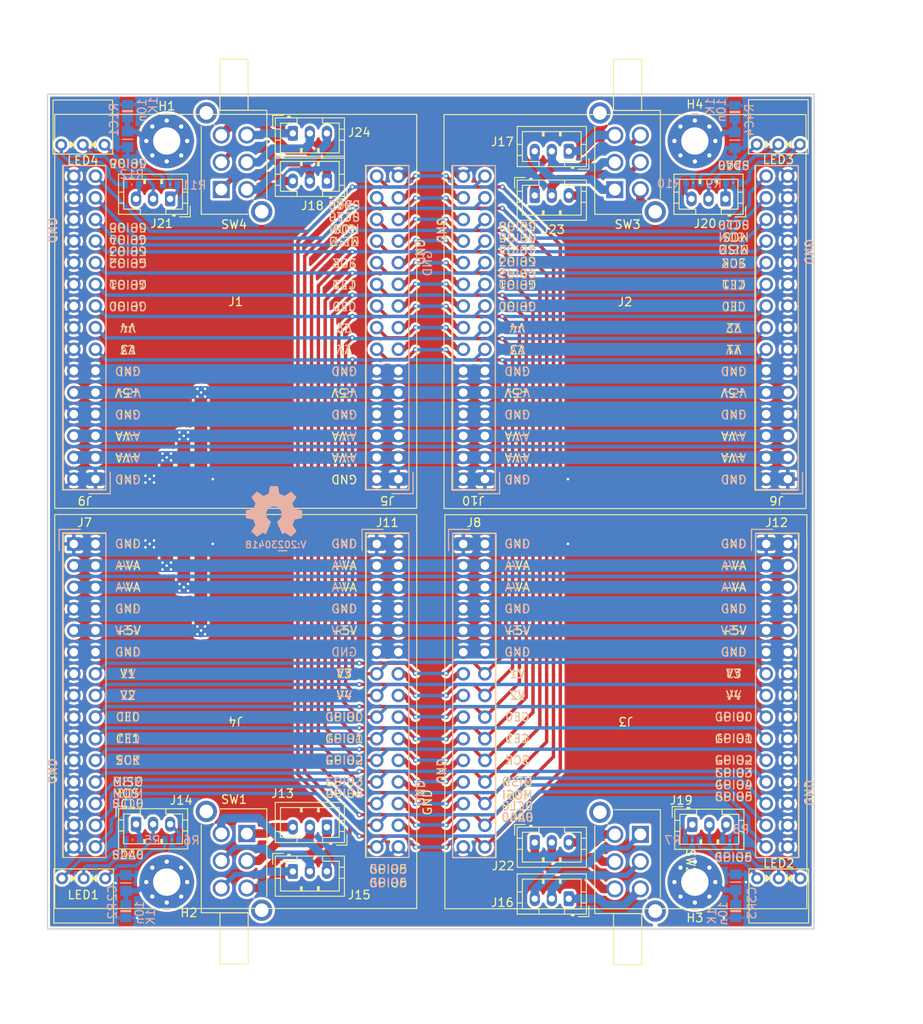
<source format=kicad_pcb>
(kicad_pcb (version 20241229) (generator "pcbnew") (generator_version "9.0")
  (layers (0 "F.Cu" signal) (2 "B.Cu" signal) (13 "F.Paste" user) (15 "B.Paste" user) (5 "F.SilkS" user "F.Silkscreen") (7 "B.SilkS" user "B.Silkscreen") (1 "F.Mask" user) (3 "B.Mask" user) (25 "Edge.Cuts" user))
  (net 0 "")
  (net 1 "GND")
  (net 2 "/+VA")
  (net 3 "/-VA")
  (net 4 "+5V")
  (net 5 "/V1")
  (net 6 "/V2")
  (net 7 "/GPIO0")
  (net 8 "/GPIO1")
  (net 9 "/MOSI")
  (net 10 "/MISO")
  (net 11 "/SCK")
  (net 12 "/CE0")
  (net 13 "/CE1")
  (net 14 "/GPIO2")
  (net 15 "/GPIO3")
  (net 16 "/GPIO4")
  (net 17 "/GPIO5")
  (net 18 "/GPIO6")
  (net 19 "/SDA0")
  (net 20 "/SCL0")
  (net 21 "Net-(C1-Pad1)")
  (net 22 "Net-(C2-Pad1)")
  (net 23 "Net-(C3-Pad1)")
  (net 24 "Net-(C4-Pad1)")
  (net 25 "Net-(J13-Pad1)")
  (net 26 "Net-(J13-Pad2)")
  (net 27 "Net-(J13-Pad3)")
  (net 28 "Net-(J14-Pad1)")
  (net 29 "Net-(J14-Pad2)")
  (net 30 "Net-(J14-Pad3)")
  (net 31 "Net-(J15-Pad1)")
  (net 32 "Net-(J15-Pad2)")
  (net 33 "Net-(J15-Pad3)")
  (net 34 "Net-(LED1-Pad1)")
  (net 35 "Net-(LED1-Pad3)")
  (net 36 "Net-(J16-Pad1)")
  (net 37 "Net-(J16-Pad2)")
  (net 38 "Net-(J16-Pad3)")
  (net 39 "Net-(J17-Pad1)")
  (net 40 "Net-(J17-Pad2)")
  (net 41 "Net-(J17-Pad3)")
  (net 42 "Net-(J18-Pad1)")
  (net 43 "Net-(J18-Pad2)")
  (net 44 "Net-(J18-Pad3)")
  (net 45 "Net-(J19-Pad1)")
  (net 46 "Net-(J19-Pad2)")
  (net 47 "Net-(J19-Pad3)")
  (net 48 "Net-(J20-Pad1)")
  (net 49 "Net-(J20-Pad2)")
  (net 50 "Net-(J20-Pad3)")
  (net 51 "Net-(J21-Pad1)")
  (net 52 "Net-(J21-Pad2)")
  (net 53 "Net-(J21-Pad3)")
  (net 54 "Net-(J22-Pad1)")
  (net 55 "Net-(J22-Pad2)")
  (net 56 "Net-(J22-Pad3)")
  (net 57 "Net-(J23-Pad1)")
  (net 58 "Net-(J23-Pad2)")
  (net 59 "Net-(J23-Pad3)")
  (net 60 "Net-(J24-Pad1)")
  (net 61 "Net-(J24-Pad2)")
  (net 62 "Net-(J24-Pad3)")
  (net 63 "Net-(LED2-Pad1)")
  (net 64 "Net-(LED2-Pad3)")
  (net 65 "Net-(LED3-Pad1)")
  (net 66 "Net-(LED3-Pad3)")
  (net 67 "Net-(LED4-Pad1)")
  (net 68 "Net-(LED4-Pad3)")
  (net 69 "/V3")
  (net 70 "/V4")
  (footprint "MountingHole:MountingHole_3.2mm_M3_Pad_Via" (layer "F.Cu") (at 127.5 48)
    (property "Reference" "H1")
    (property "Value" "M3")
  )
  (footprint "MountingHole:MountingHole_3.2mm_M3_Pad_Via" (layer "F.Cu") (at 127.5 135)
    (property "Reference" "H2")
    (property "Value" "M3")
  )
  (footprint "MountingHole:MountingHole_3.2mm_M3_Pad_Via" (layer "F.Cu") (at 189.5 135)
    (property "Reference" "H3")
    (property "Value" "M3")
  )
  (footprint "MountingHole:MountingHole_3.2mm_M3_Pad_Via" (layer "F.Cu") (at 189.5 48)
    (property "Reference" "H4")
    (property "Value" "M3")
  )
  (footprint "SquantorConnectorsNamed:module_2x15_right" (layer "F.Cu") (at 117.86 69.91 180)
    (property "Reference" "J9")
    (property "Value" "module_2x15_right_output")
  )
  (footprint "Connector_JST:JST_PH_B3B-PH-K_1x03_P2.00mm_Vertical" (layer "F.Cu") (at 127.9 54.8 180)
    (property "Reference" "J21")
    (property "Value" "Conn_01x03")
  )
  (footprint "Connector_JST:JST_PH_B3B-PH-K_1x03_P2.00mm_Vertical" (layer "F.Cu") (at 123.9 128.2)
    (property "Reference" "J14")
    (property "Value" "Conn_01x03")
  )
  (footprint "SquantorDiodes:LED_DUAL_TH245_90deg" (layer "F.Cu") (at 199.35 134.5575)
    (property "Reference" "LED2")
    (property "Value" "LED_Dual_CC")
  )
  (footprint "SquantorPcbOutline:4by4cm_module" (layer "F.Cu") (at 181.3 67.4)
    (property "Reference" "J2")
    (property "Value" "Proto")
  )
  (footprint "Connector_JST:JST_PH_B3B-PH-K_1x03_P2.00mm_Vertical" (layer "F.Cu") (at 142.3 133.75)
    (property "Reference" "J15")
    (property "Value" "Conn_01x03")
  )
  (footprint "SquantorDiodes:LED_DUAL_TH245_90deg" (layer "F.Cu") (at 117.65 48.4425 180)
    (property "Reference" "LED4")
    (property "Value" "LED_Dual_CC")
  )
  (footprint "SquantorPcbOutline:4by4cm_module" (layer "F.Cu") (at 135.6 115.6 180)
    (property "Reference" "J4")
    (property "Value" "Proto")
  )
  (footprint "SquantorConnectorsNamed:module_2x15_right" (layer "F.Cu") (at 163.58 69.91 180)
    (property "Reference" "J10")
    (property "Value" "module_2x15_right_input")
  )
  (footprint "Connector_JST:JST_PH_B3B-PH-K_1x03_P2.00mm_Vertical" (layer "F.Cu") (at 193.1 54.8 180)
    (property "Reference" "J20")
    (property "Value" "Conn_01x03")
  )
  (footprint "Connector_JST:JST_PH_B3B-PH-K_1x03_P2.00mm_Vertical" (layer "F.Cu") (at 189.2 128.25)
    (property "Reference" "J19")
    (property "Value" "Conn_01x03")
  )
  (footprint "Connector_JST:JST_PH_B3B-PH-K_1x03_P2.00mm_Vertical" (layer "F.Cu") (at 142.3 47.1)
    (property "Reference" "J24")
    (property "Value" "Conn_01x03")
  )
  (footprint "SquantorDiodes:LED_DUAL_TH245_90deg" (layer "F.Cu") (at 117.75 134.5575)
    (property "Reference" "LED1")
    (property "Value" "LED_Dual_CC")
  )
  (footprint "Connector_JST:JST_PH_B3B-PH-K_1x03_P2.00mm_Vertical" (layer "F.Cu") (at 174.7 136.95 180)
    (property "Reference" "J16")
    (property "Value" "Conn_01x03")
  )
  (footprint "Connector_JST:JST_PH_B3B-PH-K_1x03_P2.00mm_Vertical" (layer "F.Cu") (at 146.3 128.55 180)
    (property "Reference" "J13")
    (property "Value" "Conn_01x03")
  )
  (footprint "SquantorSwitches:PS-22F02" (layer "F.Cu") (at 181.6 50.5125 90)
    (property "Reference" "SW3")
    (property "Value" "switch_DPDT")
  )
  (footprint "SquantorConnectorsNamed:module_2x15_left" (layer "F.Cu") (at 163.58 113.09)
    (property "Reference" "J8")
    (property "Value" "module_2x15_left_input")
  )
  (footprint "Connector_JST:JST_PH_B3B-PH-K_1x03_P2.00mm_Vertical" (layer "F.Cu") (at 146.3 52.7 180)
    (property "Reference" "J18")
    (property "Value" "Conn_01x03")
  )
  (footprint "SquantorConnectorsNamed:module_2x15_left" (layer "F.Cu") (at 117.86 113.09)
    (property "Reference" "J7")
    (property "Value" "module_2x15_left_input")
  )
  (footprint "SquantorConnectorsNamed:module_2x15_right" (layer "F.Cu") (at 199.14 113.09)
    (property "Reference" "J12")
    (property "Value" "module_2x15_right_input")
  )
  (footprint "Connector_JST:JST_PH_B3B-PH-K_1x03_P2.00mm_Vertical" (layer "F.Cu") (at 170.7 130.35)
    (property "Reference" "J22")
    (property "Value" "Conn_01x03")
  )
  (footprint "SquantorConnectorsNamed:module_2x15_left" (layer "F.Cu") (at 199.14 69.91 180)
    (property "Reference" "J6")
    (property "Value" "module_2x15_left_input")
  )
  (footprint "SquantorConnectorsNamed:module_2x15_left" (layer "F.Cu") (at 153.42 69.91 180)
    (property "Reference" "J5")
    (property "Value" "module_2x15_left_output")
  )
  (footprint "SquantorConnectorsNamed:module_2x15_right" (layer "F.Cu") (at 153.42 113.09)
    (property "Reference" "J11")
    (property "Value" "module_2x15_right_input")
  )
  (footprint "Connector_JST:JST_PH_B3B-PH-K_1x03_P2.00mm_Vertical" (layer "F.Cu") (at 170.7 54.4)
    (property "Reference" "J23")
    (property "Value" "Conn_01x03")
  )
  (footprint "SquantorSwitches:PS-22F02" (layer "F.Cu") (at 135.4 132.5 -90)
    (property "Reference" "SW1")
    (property "Value" "switch_DPDT")
  )
  (footprint "SquantorDiodes:LED_DUAL_TH245_90deg" (layer "F.Cu") (at 199.3 48.4 180)
    (property "Reference" "LED3")
    (property "Value" "LED_Dual_CC")
  )
  (footprint "SquantorSwitches:PS-22F02" (layer "F.Cu") (at 135.4 50.5 90)
    (property "Reference" "SW4")
    (property "Value" "switch_DPDT")
  )
  (footprint "SquantorPcbOutline:4by4cm_module" (layer "F.Cu") (at 135.6 67.375)
    (property "Reference" "J1")
    (property "Value" "Proto")
  )
  (footprint "Connector_JST:JST_PH_B3B-PH-K_1x03_P2.00mm_Vertical" (layer "F.Cu") (at 174.7 49.2 180)
    (property "Reference" "J17")
    (property "Value" "Conn_01x03")
  )
  (footprint "SquantorSwitches:PS-22F02" (layer "F.Cu") (at 181.6 132.6 -90)
    (property "Reference" "SW2")
    (property "Value" "switch_DPDT")
  )
  (footprint "SquantorPcbOutline:4by4cm_module" (layer "F.Cu") (at 181.4 115.625 180)
    (property "Reference" "J3")
    (property "Value" "Proto")
  )
  (footprint "Symbols:OSHW-Symbol_6.7x6mm_SilkScreen" (layer "B.Cu") (at 140.1 91.5 180)
    (property "Reference" "N1" (hide yes))
    (property "Value" "OHWLOGO" (hide yes))
  )
  (footprint "SquantorLabels:Label_Generic" (layer "B.Cu") (at 141.1 95.5 180)
    (property "Reference" "N2" (hide yes))
    (property "Value" "V:20230418")
  )
  (footprint "SquantorRcl:R_0603_hand" (layer "B.Cu") (at 127.9 53.1)
    (property "Reference" "R11")
    (property "Value" "R")
  )
  (footprint "SquantorRcl:R_0603_hand" (layer "B.Cu") (at 123.4 53.1)
    (property "Reference" "R12")
    (property "Value" "R")
  )
  (footprint "SquantorRcl:R_0805+0603" (layer "B.Cu") (at 194.3 138.4 -90)
    (property "Reference" "R3")
    (property "Value" "1K")
  )
  (footprint "SquantorRcl:R_0603_hand" (layer "B.Cu") (at 194 52.9 180)
    (property "Reference" "R9")
    (property "Value" "R")
  )
  (footprint "SquantorRcl:R_0603_hand" (layer "B.Cu") (at 193.6 130.1 180)
    (property "Reference" "R8")
    (property "Value" "R")
  )
  (footprint "SquantorRcl:R_0603_hand" (layer "B.Cu") (at 128.1 130.05)
    (property "Reference" "R6")
    (property "Value" "R")
  )
  (footprint "SquantorRcl:C_0805+0603" (layer "B.Cu") (at 194.3 135 90)
    (property "Reference" "C3")
    (property "Value" "10n")
  )
  (footprint "SquantorRcl:C_0805+0603" (layer "B.Cu") (at 122.7 135.1 90)
    (property "Reference" "C2")
    (property "Value" "10n")
  )
  (footprint "SquantorRcl:R_0603_hand" (layer "B.Cu") (at 123.5 130.05)
    (property "Reference" "R5")
    (property "Value" "R")
  )
  (footprint "SquantorRcl:R_0603_hand" (layer "B.Cu") (at 189.3 52.9 180)
    (property "Reference" "R10")
    (property "Value" "R")
  )
  (footprint "SquantorRcl:C_0805+0603" (layer "B.Cu") (at 122.9 47.8 -90)
    (property "Reference" "C1")
    (property "Value" "10n")
  )
  (footprint "SquantorRcl:R_0603_hand" (layer "B.Cu") (at 189.2 130.1 180)
    (property "Reference" "R7")
    (property "Value" "R")
  )
  (footprint "SquantorRcl:R_0805+0603" (layer "B.Cu") (at 194.2 44.6 90)
    (property "Reference" "R4")
    (property "Value" "1K")
  )
  (footprint "SquantorRcl:R_0805+0603" (layer "B.Cu") (at 122.7 138.4 -90)
    (property "Reference" "R2")
    (property "Value" "1K")
  )
  (footprint "SquantorRcl:R_0805+0603" (layer "B.Cu") (at 122.9 44.5 90)
    (property "Reference" "R1")
    (property "Value" "1K")
  )
  (footprint "SquantorRcl:C_0805+0603" (layer "B.Cu") (at 194.2 47.9 -90)
    (property "Reference" "C4")
    (property "Value" "10n")
  )
  (gr_line (start 113.5 140.5) (end 203.5 140.5) (stroke (width 0.15)) (layer "Edge.Cuts"))
  (gr_line (start 113.5 42.5) (end 113.5 140.5) (stroke (width 0.15)) (layer "Edge.Cuts"))
  (gr_line (start 203.5 140.5) (end 203.5 42.5) (stroke (width 0.15)) (layer "Edge.Cuts"))
  (gr_line (start 203.5 42.5) (end 113.5 42.5) (stroke (width 0.15)) (layer "Edge.Cuts"))
  (segment (start 160.7 116.6) (end 161.67 115.63) (width 0.6) (layer "F.Cu") (net 1))
  (segment (start 156.4 68.9) (end 160.6 68.9) (width 0.6) (layer "F.Cu") (net 1))
  (segment (start 154.69 69.91) (end 155.39 69.91) (width 0.6) (layer "F.Cu") (net 1))
  (segment (start 154.69 57.21) (end 155.39 57.21) (width 0.6) (layer "F.Cu") (net 1))
  (segment (start 154.69 123.25) (end 155.35 123.25) (width 0.6) (layer "F.Cu") (net 1))
  (segment (start 154.69 125.79) (end 155.39 125.79) (width 0.6) (layer "F.Cu") (net 1))
  (segment (start 161.65 72.45) (end 162.31 72.45) (width 0.6) (layer "F.Cu") (net 1))
  (segment (start 155.41 62.29) (end 156.7 61) (width 0.6) (layer "F.Cu") (net 1))
  (segment (start 156.4 53.7) (end 160.6 53.7) (width 0.6) (layer "F.Cu") (net 1))
  (segment (start 154.69 128.33) (end 155.33 128.33) (width 0.6) (layer "F.Cu") (net 1))
  (segment (start 156.7 61) (end 160.3 61) (width 0.6) (layer "F.Cu") (net 1))
  (segment (start 154.69 64.83) (end 155.37 64.83) (width 0.6) (layer "F.Cu") (net 1))
  (segment (start 160.3 61) (end 161.59 62.29) (width 0.6) (layer "F.Cu") (net 1))
  (segment (start 155.43 54.67) (end 156.4 53.7) (width 0.6) (layer "F.Cu") (net 1))
  (segment (start 155.33 115.63) (end 156.3 116.6) (width 0.6) (layer "F.Cu") (net 1))
  (segment (start 160.6 53.7) (end 161.57 54.67) (width 0.6) (layer "F.Cu") (net 1))
  (segment (start 155.39 113.09) (end 156.4 114.1) (width 0.6) (layer "F.Cu") (net 1))
  (segment (start 161.59 62.29) (end 162.31 62.29) (width 0.6) (layer "F.Cu") (net 1))
  (segment (start 161.73 118.17) (end 162.31 118.17) (width 0.6) (layer "F.Cu") (net 1))
  (segment (start 156.3 71.5) (end 160.7 71.5) (width 0.6) (layer "F.Cu") (net 1))
  (segment (start 155.33 128.33) (end 156.3 129.3) (width 0.6) (layer "F.Cu") (net 1))
  (segment (start 155.41 120.71) (end 156.5 121.8) (width 0.6) (layer "F.Cu") (net 1))
  (segment (start 156.4 111.5) (end 160.7 111.5) (width 0.6) (layer "F.Cu") (net 1))
  (segment (start 156.4 126.8) (end 160.6 126.8) (width 0.6) (layer "F.Cu") (net 1))
  (segment (start 154.69 62.29) (end 155.41 62.29) (width 0.6) (layer "F.Cu") (net 1))
  (segment (start 155.35 123.25) (end 156.3 124.2) (width 0.6) (layer "F.Cu") (net 1))
  (segment (start 154.69 118.17) (end 155.27 118.17) (width 0.6) (layer "F.Cu") (net 1))
  (segment (start 160.7 71.5) (end 161.65 72.45) (width 0.6) (layer "F.Cu") (net 1))
  (segment (start 160.6 126.8) (end 161.61 125.79) (width 0.6) (layer "F.Cu") (net 1))
  (segment (start 161.61 113.09) (end 162.31 113.09) (width 0.6) (layer "F.Cu") (net 1))
  (segment (start 156.35 66.4) (end 160.7 66.4) (width 0.6) (layer "F.Cu") (net 1))
  (segment (start 161.65 59.75) (end 162.31 59.75) (width 0.6) (layer "F.Cu") (net 1))
  (segment (start 160.6 68.9) (end 161.61 69.91) (width 0.6) (layer "F.Cu") (net 1))
  (segment (start 154.69 59.75) (end 155.35 59.75) (width 0.6) (layer "F.Cu") (net 1))
  (segment (start 155.37 52.13) (end 156.4 51.1) (width 0.6) (layer "F.Cu") (net 1))
  (segment (start 154.69 110.55) (end 155.45 110.55) (width 0.6) (layer "F.Cu") (net 1))
  (segment (start 155.37 64.83) (end 156.4 63.8) (width 0.6) (layer "F.Cu") (net 1))
  (segment (start 161.61 69.91) (end 162.31 69.91) (width 0.6) (layer "F.Cu") (net 1))
  (segment (start 155.35 59.75) (end 156.4 58.7) (width 0.6) (layer "F.Cu") (net 1))
  (segment (start 161.61 57.21) (end 162.31 57.21) (width 0.6) (layer "F.Cu") (net 1))
  (segment (start 160.6 114.1) (end 161.61 113.09) (width 0.6) (layer "F.Cu") (net 1))
  (segment (start 161.57 54.67) (end 162.31 54.67) (width 0.6) (layer "F.Cu") (net 1))
  (segment (start 156.3 119.2) (end 160.7 119.2) (width 0.6) (layer "F.Cu") (net 1))
  (segment (start 156.3 116.6) (end 160.7 116.6) (width 0.6) (layer "F.Cu") (net 1))
  (segment (start 156.4 114.1) (end 160.6 114.1) (width 0.6) (layer "F.Cu") (net 1))
  (segment (start 156.5 121.8) (end 160.6 121.8) (width 0.6) (layer "F.Cu") (net 1))
  (segment (start 160.7 111.5) (end 161.65 110.55) (width 0.6) (layer "F.Cu") (net 1))
  (segment (start 156.4 51.1) (end 160.6 51.1) (width 0.6) (layer "F.Cu") (net 1))
  (segment (start 155.39 125.79) (end 156.4 126.8) (width 0.6) (layer "F.Cu") (net 1))
  (segment (start 154.69 72.45) (end 155.35 72.45) (width 0.6) (layer "F.Cu") (net 1))
  (segment (start 161.67 67.37) (end 162.31 67.37) (width 0.6) (layer "F.Cu") (net 1))
  (segment (start 161.65 123.25) (end 162.31 123.25) (width 0.6) (layer "F.Cu") (net 1))
  (segment (start 160.7 66.4) (end 161.67 67.37) (width 0.6) (layer "F.Cu") (net 1))
  (segment (start 154.69 54.67) (end 155.43 54.67) (width 0.6) (layer "F.Cu") (net 1))
  (segment (start 155.45 110.55) (end 156.4 111.5) (width 0.6) (layer "F.Cu") (net 1))
  (segment (start 161.69 120.71) (end 162.31 120.71) (width 0.6) (layer "F.Cu") (net 1))
  (segment (start 154.69 67.37) (end 155.38 67.37) (width 0.6) (layer "F.Cu") (net 1))
  (segment (start 160.6 51.1) (end 161.63 52.13) (width 0.6) (layer "F.Cu") (net 1))
  (segment (start 161.61 125.79) (end 162.31 125.79) (width 0.6) (layer "F.Cu") (net 1))
  (segment (start 161.67 128.33) (end 162.31 128.33) (width 0.6) (layer "F.Cu") (net 1))
  (segment (start 154.69 120.71) (end 155.41 120.71) (width 0.6) (layer "F.Cu") (net 1))
  (segment (start 156.7 55.9) (end 160.3 55.9) (width 0.6) (layer "F.Cu") (net 1))
  (segment (start 160.7 119.2) (end 161.73 118.17) (width 0.6) (layer "F.Cu") (net 1))
  (segment (start 161.65 110.55) (end 162.31 110.55) (width 0.6) (layer "F.Cu") (net 1))
  (segment (start 156.4 58.7) (end 160.6 58.7) (width 0.6) (layer "F.Cu") (net 1))
  (segment (start 160.6 121.8) (end 161.69 120.71) (width 0.6) (layer "F.Cu") (net 1))
  (segment (start 155.39 57.21) (end 156.7 55.9) (width 0.6) (layer "F.Cu") (net 1))
  (segment (start 154.69 113.09) (end 155.39 113.09) (width 0.6) (layer "F.Cu") (net 1))
  (segment (start 160.6 63.8) (end 161.63 64.83) (width 0.6) (layer "F.Cu") (net 1))
  (segment (start 160.6 58.7) (end 161.65 59.75) (width 0.6) (layer "F.Cu") (net 1))
  (segment (start 156.3 129.3) (end 160.7 129.3) (width 0.6) (layer "F.Cu") (net 1))
  (segment (start 125.5 87.69) (end 125.5 95.31) (width 1.5) (layer "F.Cu") (net 1))
  (segment (start 154.69 52.13) (end 155.37 52.13) (width 0.6) (layer "F.Cu") (net 1))
  (segment (start 154.69 115.63) (end 155.33 115.63) (width 0.6) (layer "F.Cu") (net 1))
  (segment (start 156.3 124.2) (end 160.7 124.2) (width 0.6) (layer "F.Cu") (net 1))
  (segment (start 161.67 115.63) (end 162.31 115.63) (width 0.6) (layer "F.Cu") (net 1))
  (segment (start 155.27 118.17) (end 156.3 119.2) (width 0.6) (layer "F.Cu") (net 1))
  (segment (start 155.39 69.91) (end 156.4 68.9) (width 0.6) (layer "F.Cu") (net 1))
  (segment (start 160.3 55.9) (end 161.61 57.21) (width 0.6) (layer "F.Cu") (net 1))
  (segment (start 161.63 64.83) (end 162.31 64.83) (width 0.6) (layer "F.Cu") (net 1))
  (segment (start 160.7 129.3) (end 161.67 128.33) (width 0.6) (layer "F.Cu") (net 1))
  (segment (start 160.7 124.2) (end 161.65 123.25) (width 0.6) (layer "F.Cu") (net 1))
  (segment (start 161.63 52.13) (end 162.31 52.13) (width 0.6) (layer "F.Cu") (net 1))
  (segment (start 155.38 67.37) (end 156.35 66.4) (width 0.6) (layer "F.Cu") (net 1))
  (segment (start 155.35 72.45) (end 156.3 71.5) (width 0.6) (layer "F.Cu") (net 1))
  (segment (start 156.4 63.8) (end 160.6 63.8) (width 0.6) (layer "F.Cu") (net 1))
  (via (at 125 87.3) (size 0.6) (drill 0.3) (layers "F.Cu" "B.Cu") (net 1))
  (via (at 126 87.3) (size 0.6) (drill 0.3) (layers "F.Cu" "B.Cu") (net 1))
  (via (at 126 95.7) (size 0.6) (drill 0.3) (layers "F.Cu" "B.Cu") (net 1))
  (via (at 125.5 95.31) (size 0.6) (drill 0.3) (layers "F.Cu" "B.Cu") (net 1))
  (via (at 174.6 87.7) (size 0.6) (drill 0.3) (layers "F.Cu" "B.Cu") (net 1))
  (via (at 132.9 87.7) (size 0.6) (drill 0.3) (layers "F.Cu" "B.Cu") (net 1))
  (via (at 174.6 95.3) (size 0.6) (drill 0.3) (layers "F.Cu" "B.Cu") (net 1))
  (via (at 126 94.9) (size 0.6) (drill 0.3) (layers "F.Cu" "B.Cu") (net 1))
  (via (at 124 139.2) (size 0.6) (drill 0.3) (layers "F.Cu" "B.Cu") (net 1))
  (via (at 121.5 135.1) (size 0.6) (drill 0.3) (layers "F.Cu" "B.Cu") (net 1))
  (via (at 125 95.7) (size 0.6) (drill 0.3) (layers "F.Cu" "B.Cu") (net 1))
  (via (at 125 94.9) (size 0.6) (drill 0.3) (layers "F.Cu" "B.Cu") (net 1))
  (via (at 132.9 95.3) (size 0.6) (drill 0.3) (layers "F.Cu" "B.Cu") (net 1))
  (via (at 192.9 139.2) (size 0.6) (drill 0.3) (layers "F.Cu" "B.Cu") (net 1))
  (via (at 125.5 87.69) (size 0.6) (drill 0.3) (layers "F.Cu" "B.Cu") (net 1))
  (via (at 125 88.1) (size 0.6) (drill 0.3) (layers "F.Cu" "B.Cu") (net 1))
  (via (at 126 88.1) (size 0.6) (drill 0.3) (layers "F.Cu" "B.Cu") (net 1))
  (via (at 195.5 135) (size 0.6) (drill 0.3) (layers "F.Cu" "B.Cu") (net 1))
  (segment (start 200.41 95.31) (end 173.5995 95.31) (width 1.5) (layer "B.Cu") (net 1))
  (segment (start 200.41 87.69) (end 173.5995 87.69) (width 1.5) (layer "B.Cu") (net 1))
  (segment (start 116.59 108.01) (end 200.41 108.01) (width 1.5) (layer "B.Cu") (net 1))
  (segment (start 116.59 102.93) (end 130.2505 102.93) (width 1.5) (layer "B.Cu") (net 1))
  (segment (start 137.01 87.69) (end 173.5995 87.69) (width 1.5) (layer "B.Cu") (net 1))
  (segment (start 116.59 87.69) (end 137.01 87.69) (width 1.5) (layer "B.Cu") (net 1))
  (segment (start 116.59 80.07) (end 200.41 80.07) (width 1.5) (layer "B.Cu") (net 1))
  (segment (start 136.89 95.31) (end 173.5995 95.31) (width 1.5) (layer "B.Cu") (net 1))
  (segment (start 116.59 95.31) (end 136.89 95.31) (width 1.5) (layer "B.Cu") (net 1))
  (segment (start 116.59 74.99) (end 200.41 74.99) (width 1.5) (layer "B.Cu") (net 1))
  (segment (start 200.41 102.93) (end 130.2505 102.93) (width 1.5) (layer "B.Cu") (net 1))
  (segment (start 127.5 85.15) (end 127.5 97.85) (width 1.5) (layer "F.Cu") (net 2))
  (via (at 128 97.5) (size 0.6) (drill 0.3) (layers "F.Cu" "B.Cu") (net 2))
  (via (at 128 84.7) (size 0.6) (drill 0.3) (layers "F.Cu" "B.Cu") (net 2))
  (via (at 127 84.7) (size 0.6) (drill 0.3) (layers "F.Cu" "B.Cu") (net 2))
  (via (at 127.5 97.85) (size 0.6) (drill 0.3) (layers "F.Cu" "B.Cu") (net 2))
  (via (at 127 85.5) (size 0.6) (drill 0.3) (layers "F.Cu" "B.Cu") (net 2))
  (via (at 128 98.3) (size 0.6) (drill 0.3) (layers "F.Cu" "B.Cu") (net 2))
  (via (at 127 98.3) (size 0.6) (drill 0.3) (layers "F.Cu" "B.Cu") (net 2))
  (via (at 127 97.5) (size 0.6) (drill 0.3) (layers "F.Cu" "B.Cu") (net 2))
  (via (at 127.5 85.15) (size 0.6) (drill 0.3) (layers "F.Cu" "B.Cu") (net 2))
  (via (at 128 85.5) (size 0.6) (drill 0.3) (layers "F.Cu" "B.Cu") (net 2))
  (segment (start 116.59 85.15) (end 200.41 85.15) (width 1.5) (layer "B.Cu") (net 2))
  (segment (start 116.59 97.85) (end 200.41 97.85) (width 1.5) (layer "B.Cu") (net 2))
  (segment (start 129.5 82.61) (end 129.5 100.39) (width 1.5) (layer "F.Cu") (net 3))
  (via (at 129 100.8) (size 0.6) (drill 0.3) (layers "F.Cu" "B.Cu") (net 3))
  (via (at 129 82.2) (size 0.6) (drill 0.3) (layers "F.Cu" "B.Cu") (net 3))
  (via (at 129 100) (size 0.6) (drill 0.3) (layers "F.Cu" "B.Cu") (net 3))
  (via (at 129.5 100.39) (size 0.6) (drill 0.3) (layers "F.Cu" "B.Cu") (net 3))
  (via (at 130 83) (size 0.6) (drill 0.3) (layers "F.Cu" "B.Cu") (net 3))
  (via (at 129 83) (size 0.6) (drill 0.3) (layers "F.Cu" "B.Cu") (net 3))
  (via (at 130 100.8) (size 0.6) (drill 0.3) (layers "F.Cu" "B.Cu") (net 3))
  (via (at 129.5 82.61) (size 0.6) (drill 0.3) (layers "F.Cu" "B.Cu") (net 3))
  (via (at 130 100) (size 0.6) (drill 0.3) (layers "F.Cu" "B.Cu") (net 3))
  (via (at 130 82.2) (size 0.6) (drill 0.3) (layers "F.Cu" "B.Cu") (net 3))
  (segment (start 116.59 100.39) (end 129.39 100.39) (width 1.5) (layer "B.Cu") (net 3))
  (segment (start 116.59 82.61) (end 200.41 82.61) (width 1.5) (layer "B.Cu") (net 3))
  (segment (start 200.41 100.39) (end 129.39 100.39) (width 1.5) (layer "B.Cu") (net 3))
  (segment (start 131.5 105.5) (end 131.5 77.56) (width 1.5) (layer "F.Cu") (net 4))
  (segment (start 131.5 105.5) (end 131.53 105.47) (width 1.5) (layer "F.Cu") (net 4))
  (segment (start 131.5 77.56) (end 131.53 77.53) (width 1.5) (layer "F.Cu") (net 4))
  (via (at 131.53 105.47) (size 0.6) (drill 0.3) (layers "F.Cu" "B.Cu") (net 4))
  (via (at 131.1 105) (size 0.6) (drill 0.3) (layers "F.Cu" "B.Cu") (net 4))
  (via (at 132 78) (size 0.6) (drill 0.3) (layers "F.Cu" "B.Cu") (net 4))
  (via (at 131.1 105.9) (size 0.6) (drill 0.3) (layers "F.Cu" "B.Cu") (net 4))
  (via (at 132 77.1) (size 0.6) (drill 0.3) (layers "F.Cu" "B.Cu") (net 4))
  (via (at 131.53 77.53) (size 0.6) (drill 0.3) (layers "F.Cu" "B.Cu") (net 4))
  (via (at 131.1 77.1) (size 0.6) (drill 0.3) (layers "F.Cu" "B.Cu") (net 4))
  (via (at 132 105.9) (size 0.6) (drill 0.3) (layers "F.Cu" "B.Cu") (net 4))
  (via (at 132 105) (size 0.6) (drill 0.3) (layers "F.Cu" "B.Cu") (net 4))
  (via (at 131.1 78) (size 0.6) (drill 0.3) (layers "F.Cu" "B.Cu") (net 4))
  (segment (start 131.53 105.47) (end 133.5 105.47) (width 1.5) (layer "B.Cu") (net 4))
  (segment (start 131.53 77.53) (end 200.41 77.53) (width 1.5) (layer "B.Cu") (net 4))
  (segment (start 200.41 105.47) (end 133.5 105.47) (width 1.5) (layer "B.Cu") (net 4))
  (segment (start 116.59 77.53) (end 131.53 77.53) (width 1.5) (layer "B.Cu") (net 4))
  (segment (start 116.59 105.47) (end 131.53 105.47) (width 1.5) (layer "B.Cu") (net 4))
  (segment (start 167.3 108.1) (end 167.3 74.1) (width 0.4) (layer "F.Cu") (net 5))
  (segment (start 164.85 110.55) (end 167.3 108.1) (width 0.4) (layer "F.Cu") (net 5))
  (segment (start 150.1 109.3) (end 155.5 109.3) (width 0.4) (layer "F.Cu") (net 5))
  (segment (start 160.3 110.5) (end 161.59 109.21) (width 0.4) (layer "F.Cu") (net 5))
  (segment (start 166.9 73.7) (end 161.5 73.7) (width 0.4) (layer "F.Cu") (net 5))
  (segment (start 167.3 74.1) (end 166.9 73.7) (width 0.4) (layer "F.Cu") (net 5))
  (segment (start 155.5 109.3) (end 156.7 110.5) (width 0.4) (layer "F.Cu") (net 5))
  (segment (start 163.51 109.21) (end 164.85 110.55) (width 0.4) (layer "F.Cu") (net 5))
  (segment (start 156.7 72.5) (end 155.55 73.65) (width 0.4) (layer "F.Cu") (net 5))
  (segment (start 153.35 73.65) (end 152.15 72.45) (width 0.4) (layer "F.Cu") (net 5))
  (segment (start 155.55 73.65) (end 153.35 73.65) (width 0.4) (layer "F.Cu") (net 5))
  (segment (start 161.5 73.7) (end 160.3 72.5) (width 0.4) (layer "F.Cu") (net 5))
  (segment (start 161.59 109.21) (end 163.51 109.21) (width 0.4) (layer "F.Cu") (net 5))
  (via (at 160.3 72.5) (size 0.6) (drill 0.3) (layers "F.Cu" "B.Cu") (net 5))
  (via (at 156.7 72.5) (size 0.6) (drill 0.3) (layers "F.Cu" "B.Cu") (net 5))
  (via (at 166.9 73.7) (size 0.6) (drill 0.3) (layers "F.Cu" "B.Cu") (net 5))
  (via (at 160.3 110.5) (size 0.6) (drill 0.3) (layers "F.Cu" "B.Cu") (net 5))
  (via (at 156.7 110.5) (size 0.6) (drill 0.3) (layers "F.Cu" "B.Cu") (net 5))
  (via (at 150.1 109.3) (size 0.6) (drill 0.3) (layers "F.Cu" "B.Cu") (net 5))
  (segment (start 119.13 110.55) (end 120.38 109.3) (width 0.4) (layer "B.Cu") (net 5))
  (segment (start 196.62 73.7) (end 166.9 73.7) (width 0.4) (layer "B.Cu") (net 5))
  (segment (start 120.38 109.3) (end 150.1 109.3) (width 0.4) (layer "B.Cu") (net 5))
  (segment (start 197.87 72.45) (end 196.62 73.7) (width 0.4) (layer "B.Cu") (net 5))
  (segment (start 156.7 110.5) (end 160.3 110.5) (width 0.4) (layer "B.Cu") (net 5))
  (segment (start 160.3 72.5) (end 156.7 72.5) (width 0.4) (layer "B.Cu") (net 5))
  (segment (start 155.49 71.11) (end 153.35 71.11) (width 0.4) (layer "F.Cu") (net 6))
  (segment (start 163.56 111.8) (end 164.85 113.09) (width 0.4) (layer "F.Cu") (net 6))
  (segment (start 166.9 71.2) (end 161.6 71.2) (width 0.4) (layer "F.Cu") (net 6))
  (segment (start 156.7 69.9) (end 155.49 71.11) (width 0.4) (layer "F.Cu") (net 6))
  (segment (start 161.6 71.2) (end 160.3 69.9) (width 0.4) (layer "F.Cu") (net 6))
  (segment (start 155.4 111.8) (end 156.7 113.1) (width 0.4) (layer "F.Cu") (net 6))
  (segment (start 168.1 109.84) (end 168.1 72.4) (width 0.4) (layer "F.Cu") (net 6))
  (segment (start 168.1 72.4) (end 166.9 71.2) (width 0.4) (layer "F.Cu") (net 6))
  (segment (start 150.1 111.8) (end 155.4 111.8) (width 0.4) (layer "F.Cu") (net 6))
  (segment (start 164.85 113.09) (end 168.1 109.84) (width 0.4) (layer "F.Cu") (net 6))
  (segment (start 161.6 111.8) (end 163.56 111.8) (width 0.4) (layer "F.Cu") (net 6))
  (segment (start 160.3 113.1) (end 161.6 111.8) (width 0.4) (layer "F.Cu") (net 6))
  (segment (start 153.35 71.11) (end 152.15 69.91) (width 0.4) (layer "F.Cu") (net 6))
  (via (at 156.7 113.1) (size 0.6) (drill 0.3) (layers "F.Cu" "B.Cu") (net 6))
  (via (at 150.1 111.8) (size 0.6) (drill 0.3) (layers "F.Cu" "B.Cu") (net 6))
  (via (at 160.3 69.9) (size 0.6) (drill 0.3) (layers "F.Cu" "B.Cu") (net 6))
  (via (at 166.9 71.2) (size 0.6) (drill 0.3) (layers "F.Cu" "B.Cu") (net 6))
  (via (at 160.3 113.1) (size 0.6) (drill 0.3) (layers "F.Cu" "B.Cu") (net 6))
  (via (at 156.7 69.9) (size 0.6) (drill 0.3) (layers "F.Cu" "B.Cu") (net 6))
  (segment (start 197.87 69.91) (end 196.58 71.2) (width 0.4) (layer "B.Cu") (net 6))
  (segment (start 156.7 113.1) (end 160.3 113.1) (width 0.4) (layer "B.Cu") (net 6))
  (segment (start 120.42 111.8) (end 150.1 111.8) (width 0.4) (layer "B.Cu") (net 6))
  (segment (start 196.58 71.2) (end 166.9 71.2) (width 0.4) (layer "B.Cu") (net 6))
  (segment (start 119.13 113.09) (end 120.42 111.8) (width 0.4) (layer "B.Cu") (net 6))
  (segment (start 160.3 69.9) (end 156.7 69.9) (width 0.4) (layer "B.Cu") (net 6))
  (segment (start 147.7 70.2) (end 149.3 68.6) (width 0.4) (layer "F.Cu") (net 7))
  (segment (start 147.7 113.3) (end 147.7 70.2) (width 0.4) (layer "F.Cu") (net 7))
  (segment (start 152.15 115.63) (end 150.03 115.63) (width 0.4) (layer "F.Cu") (net 7))
  (segment (start 150.03 115.63) (end 147.7 113.3) (width 0.4) (layer "F.Cu") (net 7))
  (via (at 149.3 68.6) (size 0.6) (drill 0.3) (layers "F.Cu" "B.Cu") (net 7))
  (segment (start 119.13 67.37) (end 120.36 68.6) (width 0.4) (layer "B.Cu") (net 7))
  (segment (start 120.36 68.6) (end 163.62 68.6) (width 0.4) (layer "B.Cu") (net 7))
  (segment (start 197.87 115.63) (end 196.64 114.4) (width 0.4) (layer "B.Cu") (net 7))
  (segment (start 153.38 114.4) (end 152.15 115.63) (width 0.4) (layer "B.Cu") (net 7))
  (segment (start 196.64 114.4) (end 153.38 114.4) (width 0.4) (layer "B.Cu") (net 7))
  (segment (start 163.62 68.6) (end 164.85 67.37) (width 0.4) (layer "B.Cu") (net 7))
  (segment (start 146.9 68.5) (end 149.3 66.1) (width 0.4) (layer "F.Cu") (net 8))
  (segment (start 152.15 118.17) (end 149.97 118.17) (width 0.4) (layer "F.Cu") (net 8))
  (segment (start 146.9 115.1) (end 146.9 68.5) (width 0.4) (layer "F.Cu") (net 8))
  (segment (start 149.97 118.17) (end 146.9 115.1) (width 0.4) (layer "F.Cu") (net 8))
  (via (at 149.3 66.1) (size 0.6) (drill 0.3) (layers "F.Cu" "B.Cu") (net 8))
  (segment (start 196.6 116.9) (end 153.42 116.9) (width 0.4) (layer "B.Cu") (net 8))
  (segment (start 153.42 116.9) (end 152.15 118.17) (width 0.4) (layer "B.Cu") (net 8))
  (segment (start 120.4 66.1) (end 163.58 66.1) (width 0.4) (layer "B.Cu") (net 8))
  (segment (start 119.13 64.83) (end 120.4 66.1) (width 0.4) (layer "B.Cu") (net 8))
  (segment (start 163.58 66.1) (end 164.85 64.83) (width 0.4) (layer "B.Cu") (net 8))
  (segment (start 197.87 118.17) (end 196.6 116.9) (width 0.4) (layer "B.Cu") (net 8))
  (segment (start 156.7 125.8) (end 155.4 124.5) (width 0.4) (layer "F.Cu") (net 9))
  (segment (start 161.6 58.5) (end 166.9 58.5) (width 0.4) (layer "F.Cu") (net 9))
  (segment (start 162.1 124.5) (end 161.6 124.5) (width 0.4) (layer "F.Cu") (net 9))
  (segment (start 172.1 118.54) (end 164.85 125.79) (width 0.4) (layer "F.Cu") (net 9))
  (segment (start 155.4 58.5) (end 156.7 57.2) (width 0.4) (layer "F.Cu") (net 9))
  (segment (start 154.9 124.5) (end 150.1 124.5) (width 0.4) (layer "F.Cu") (net 9))
  (segment (start 161.6 124.5) (end 160.3 125.8) (width 0.4) (layer "F.Cu") (net 9))
  (segment (start 172.1 63.7) (end 172.1 118.54) (width 0.4) (layer "F.Cu") (net 9))
  (segment (start 166.9 58.5) (end 172.1 63.7) (width 0.4) (layer "F.Cu") (net 9))
  (segment (start 164.85 125.79) (end 163.56 124.5) (width 0.4) (layer "F.Cu") (net 9))
  (segment (start 160.3 57.2) (end 161.6 58.5) (width 0.4) (layer "F.Cu") (net 9))
  (segment (start 163.56 124.5) (end 162.1 124.5) (width 0.4) (layer "F.Cu") (net 9))
  (segment (start 152.15 57.21) (end 153.44 58.5) (width 0.4) (layer "F.Cu") (net 9))
  (segment (start 153.44 58.5) (end 155.4 58.5) (width 0.4) (layer "F.Cu") (net 9))
  (segment (start 155.4 124.5) (end 154.9 124.5) (width 0.4) (layer "F.Cu") (net 9))
  (via (at 150.1 124.5) (size 0.6) (drill 0.3) (layers "F.Cu" "B.Cu") (net 9))
  (via (at 160.3 57.2) (size 0.6) (drill 0.3) (layers "F.Cu" "B.Cu") (net 9))
  (via (at 160.3 125.8) (size 0.6) (drill 0.3) (layers "F.Cu" "B.Cu") (net 9))
  (via (at 166.9 58.5) (size 0.6) (drill 0.3) (layers "F.Cu" "B.Cu") (net 9))
  (via (at 156.7 125.8) (size 0.6) (drill 0.3) (layers "F.Cu" "B.Cu") (net 9))
  (via (at 156.7 57.2) (size 0.6) (drill 0.3) (layers "F.Cu" "B.Cu") (net 9))
  (segment (start 197.87 57.21) (end 194.88 60.2) (width 0.4) (layer "B.Cu") (net 9))
  (segment (start 156.7 57.2) (end 160.3 57.2) (width 0.4) (layer "B.Cu") (net 9))
  (segment (start 148.6 123) (end 150.1 124.5) (width 0.4) (layer "B.Cu") (net 9))
  (segment (start 120.3 124.3) (end 121.6 123) (width 0.4) (layer "B.Cu") (net 9))
  (segment (start 168.6 60.2) (end 166.9 58.5) (width 0.4) (layer "B.Cu") (net 9))
  (segment (start 121.6 123) (end 148.6 123) (width 0.4) (layer "B.Cu") (net 9))
  (segment (start 119.13 125.79) (end 120.3 124.62) (width 0.4) (layer "B.Cu") (net 9))
  (segment (start 194.88 60.2) (end 168.6 60.2) (width 0.4) (layer "B.Cu") (net 9))
  (segment (start 120.3 124.62) (end 120.3 124.3) (width 0.4) (layer "B.Cu") (net 9))
  (segment (start 160.3 125.8) (end 156.7 125.8) (width 0.4) (layer "B.Cu") (net 9))
  (segment (start 152.15 59.75) (end 153.4 61) (width 0.4) (layer "F.Cu") (net 10))
  (segment (start 163.6 122) (end 162.1 122) (width 0.4) (layer "F.Cu") (net 10))
  (segment (start 154.8 122) (end 150.1 122) (width 0.4) (layer "F.Cu") (net 10))
  (segment (start 160.3 59.7) (end 161.6 61) (width 0.4) (layer "F.Cu") (net 10))
  (segment (start 162.1 122) (end 161.5 122) (width 0.4) (layer "F.Cu") (net 10))
  (segment (start 161.5 122) (end 160.3 123.2) (width 0.4) (layer "F.Cu") (net 10))
  (segment (start 153.4 61) (end 155.4 61) (width 0.4) (layer "F.Cu") (net 10))
  (segment (start 155.4 61) (end 156.7 59.7) (width 0.4) (layer "F.Cu") (net 10))
  (segment (start 156.7 123.2) (end 155.5 122) (width 0.4) (layer "F.Cu") (net 10))
  (segment (start 166.9 61) (end 171.3 65.4) (width 0.4) (layer "F.Cu") (net 10))
  (segment (start 171.3 65.4) (end 171.3 116.8) (width 0.4) (layer "F.Cu") (net 10))
  (segment (start 171.3 116.8) (end 164.85 123.25) (width 0.4) (layer "F.Cu") (net 10))
  (segment (start 155.5 122) (end 154.8 122) (width 0.4) (layer "F.Cu") (net 10))
  (segment (start 164.85 123.25) (end 163.6 122) (width 0.4) (layer "F.Cu") (net 10))
  (segment (start 161.6 61) (end 166.9 61) (width 0.4) (layer "F.Cu") (net 10))
  (via (at 160.3 59.7) (size 0.6) (drill 0.3) (layers "F.Cu" "B.Cu") (net 10))
  (via (at 156.7 59.7) (size 0.6) (drill 0.3) (layers "F.Cu" "B.Cu") (net 10))
  (via (at 150.1 122) (size 0.6) (drill 0.3) (layers "F.Cu" "B.Cu") (net 10))
  (via (at 166.9 61) (size 0.6) (drill 0.3) (layers "F.Cu" "B.Cu") (net 10))
  (via (at 156.7 123.2) (size 0.6) (drill 0.3) (layers "F.Cu" "B.Cu") (net 10))
  (via (at 160.3 123.2) (size 0.6) (drill 0.3) (layers "F.Cu" "B.Cu") (net 10))
  (segment (start 160.3 59.7) (end 156.7 59.7) (width 0.4) (layer "B.Cu") (net 10))
  (segment (start 149.9 122.2) (end 120.18 122.2) (width 0.4) (layer "B.Cu") (net 10))
  (segment (start 120.18 122.2) (end 119.13 123.25) (width 0.4) (layer "B.Cu") (net 10))
  (segment (start 150.1 122) (end 149.9 122.2) (width 0.4) (layer "B.Cu") (net 10))
  (segment (start 196.62 61) (end 166.9 61) (width 0.4) (layer "B.Cu") (net 10))
  (segment (start 160.3 123.2) (end 156.7 123.2) (width 0.4) (layer "B.Cu") (net 10))
  (segment (start 197.87 59.75) (end 196.62 61) (width 0.4) (layer "B.Cu") (net 10))
  (segment (start 155.4 119.4) (end 154.3 119.4) (width 0.4) (layer "F.Cu") (net 11))
  (segment (start 163.54 119.4) (end 162.6 119.4) (width 0.4) (layer "F.Cu") (net 11))
  (segment (start 156.7 120.7) (end 155.4 119.4) (width 0.4) (layer "F.Cu") (net 11))
  (segment (start 166.9 63.5) (end 170.5 67.1) (width 0.4) (layer "F.Cu") (net 11))
  (segment (start 154.3 119.4) (end 150.1 119.4) (width 0.4) (layer "F.Cu") (net 11))
  (segment (start 153.36 63.5) (end 155.5 63.5) (width 0.4) (layer "F.Cu") (net 11))
  (segment (start 152.15 62.29) (end 153.36 63.5) (width 0.4) (layer "F.Cu") (net 11))
  (segment (start 160.3 62.3) (end 161.5 63.5) (width 0.4) (layer "F.Cu") (net 11))
  (segment (start 164.85 120.71) (end 163.54 119.4) (width 0.4) (layer "F.Cu") (net 11))
  (segment (start 162.6 119.4) (end 161.6 119.4) (width 0.4) (layer "F.Cu") (net 11))
  (segment (start 155.5 63.5) (end 156.7 62.3) (width 0.4) (layer "F.Cu") (net 11))
  (segment (start 170.5 115.06) (end 164.85 120.71) (width 0.4) (layer "F.Cu") (net 11))
  (segment (start 170.5 67.1) (end 170.5 115.06) (width 0.4) (layer "F.Cu") (net 11))
  (segment (start 161.6 119.4) (end 160.3 120.7) (width 0.4) (layer "F.Cu") (net 11))
  (segment (start 161.5 63.5) (end 166.9 63.5) (width 0.4) (layer "F.Cu") (net 11))
  (via (at 156.7 62.3) (size 0.6) (drill 0.3) (layers "F.Cu" "B.Cu") (net 11))
  (via (at 160.3 120.7) (size 0.6) (drill 0.3) (layers "F.Cu" "B.Cu") (net 11))
  (via (at 150.1 119.4) (size 0.6) (drill 0.3) (layers "F.Cu" "B.Cu") (net 11))
  (via (at 156.7 120.7) (size 0.6) (drill 0.3) (layers "F.Cu" "B.Cu") (net 11))
  (via (at 166.9 63.5) (size 0.6) (drill 0.3) (layers "F.Cu" "B.Cu") (net 11))
  (via (at 160.3 62.3) (size 0.6) (drill 0.3) (layers "F.Cu" "B.Cu") (net 11))
  (segment (start 197.87 62.29) (end 196.66 63.5) (width 0.4) (layer "B.Cu") (net 11))
  (segment (start 160.3 120.7) (end 156.7 120.7) (width 0.4) (layer "B.Cu") (net 11))
  (segment (start 120.44 119.4) (end 119.13 120.71) (width 0.4) (layer "B.Cu") (net 11))
  (segment (start 196.66 63.5) (end 166.9 63.5) (width 0.4) (layer "B.Cu") (net 11))
  (segment (start 156.7 62.3) (end 160.3 62.3) (width 0.4) (layer "B.Cu") (net 11))
  (segment (start 150.1 119.4) (end 120.44 119.4) (width 0.4) (layer "B.Cu") (net 11))
  (segment (start 163.62 114.4) (end 162.7 114.4) (width 0.4) (layer "F.Cu") (net 12))
  (segment (start 164.85 115.63) (end 163.62 114.4) (width 0.4) (layer "F.Cu") (net 12))
  (segment (start 152.15 67.37) (end 153.38 68.6) (width 0.4) (layer "F.Cu") (net 12))
  (segment (start 155.5 114.4) (end 154.6 114.4) (width 0.4) (layer "F.Cu") (net 12))
  (segment (start 168.9 111.58) (end 164.85 115.63) (width 0.4) (layer "F.Cu") (net 12))
  (segment (start 168.9 70.6) (end 168.9 111.58) (width 0.4) (layer "F.Cu") (net 12))
  (segment (start 161.5 68.6) (end 166.9 68.6) (width 0.4) (layer "F.Cu") (net 12))
  (segment (start 166.9 68.6) (end 168.9 70.6) (width 0.4) (layer "F.Cu") (net 12))
  (segment (start 160.3 67.4) (end 161.5 68.6) (width 0.4) (layer "F.Cu") (net 12))
  (segment (start 155.5 68.6) (end 156.7 67.4) (width 0.4) (layer "F.Cu") (net 12))
  (segment (start 156.7 115.6) (end 155.5 114.4) (width 0.4) (layer "F.Cu") (net 12))
  (segment (start 162.7 114.4) (end 161.5 114.4) (width 0.4) (layer "F.Cu") (net 12))
  (segment (start 161.5 114.4) (end 160.3 115.6) (width 0.4) (layer "F.Cu") (net 12))
  (segment (start 154.6 114.4) (end 150.1 114.4) (width 0.4) (layer "F.Cu") (net 12))
  (segment (start 153.38 68.6) (end 155.5 68.6) (width 0.4) (layer "F.Cu") (net 12))
  (via (at 156.7 67.4) (size 0.6) (drill 0.3) (layers "F.Cu" "B.Cu") (net 12))
  (via (at 166.9 68.6) (size 0.6) (drill 0.3) (layers "F.Cu" "B.Cu") (net 12))
  (via (at 160.3 67.4) (size 0.6) (drill 0.3) (layers "F.Cu" "B.Cu") (net 12))
  (via (at 150.1 114.4) (size 0.6) (drill 0.3) (layers "F.Cu" "B.Cu") (net 12))
  (via (at 160.3 115.6) (size 0.6) (drill 0.3) (layers "F.Cu" "B.Cu") (net 12))
  (via (at 156.7 115.6) (size 0.6) (drill 0.3) (layers "F.Cu" "B.Cu") (net 12))
  (segment (start 160.3 115.6) (end 156.7 115.6) (width 0.4) (layer "B.Cu") (net 12))
  (segment (start 196.64 68.6) (end 166.9 68.6) (width 0.4) (layer "B.Cu") (net 12))
  (segment (start 150.1 114.4) (end 120.36 114.4) (width 0.4) (layer "B.Cu") (net 12))
  (segment (start 197.87 67.37) (end 196.64 68.6) (width 0.4) (layer "B.Cu") (net 12))
  (segment (start 120.36 114.4) (end 119.13 115.63) (width 0.4) (layer "B.Cu") (net 12))
  (segment (start 156.7 67.4) (end 160.3 67.4) (width 0.4) (layer "B.Cu") (net 12))
  (segment (start 164.85 118.17) (end 163.58 116.9) (width 0.4) (layer "F.Cu") (net 13))
  (segment (start 152.15 64.83) (end 153.42 66.1) (width 0.4) (layer "F.Cu") (net 13))
  (segment (start 169.7 113.32) (end 164.85 118.17) (width 0.4) (layer "F.Cu") (net 13))
  (segment (start 169.7 68.9) (end 169.7 113.32) (width 0.4) (layer "F.Cu") (net 13))
  (segment (start 161.6 116.9) (end 160.3 118.2) (width 0.4) (layer "F.Cu") (net 13))
  (segment (start 161.6 66.1) (end 166.9 66.1) (width 0.4) (layer "F.Cu") (net 13))
  (segment (start 163.58 116.9) (end 162.6 116.9) (width 0.4) (layer "F.Cu") (net 13))
  (segment (start 153.42 66.1) (end 155.4 66.1) (width 0.4) (layer "F.Cu") (net 13))
  (segment (start 154.3 116.9) (end 150.1 116.9) (width 0.4) (layer "F.Cu") (net 13))
  (segment (start 166.9 66.1) (end 169.7 68.9) (width 0.4) (layer "F.Cu") (net 13))
  (segment (start 155.4 116.9) (end 154.3 116.9) (width 0.4) (layer "F.Cu") (net 13))
  (segment (start 155.4 66.1) (end 156.7 64.8) (width 0.4) (layer "F.Cu") (net 13))
  (segment (start 160.3 64.8) (end 161.6 66.1) (width 0.4) (layer "F.Cu") (net 13))
  (segment (start 156.7 118.2) (end 155.4 116.9) (width 0.4) (layer "F.Cu") (net 13))
  (segment (start 162.6 116.9) (end 161.6 116.9) (width 0.4) (layer "F.Cu") (net 13))
  (via (at 160.3 64.8) (size 0.6) (drill 0.3) (layers "F.Cu" "B.Cu") (net 13))
  (via (at 160.3 118.2) (size 0.6) (drill 0.3) (layers "F.Cu" "B.Cu") (net 13))
  (via (at 150.1 116.9) (size 0.6) (drill 0.3) (layers "F.Cu" "B.Cu") (net 13))
  (via (at 156.7 118.2) (size 0.6) (drill 0.3) (layers "F.Cu" "B.Cu") (net 13))
  (via (at 156.7 64.8) (size 0.6) (drill 0.3) (layers "F.Cu" "B.Cu") (net 13))
  (via (at 166.9 66.1) (size 0.6) (drill 0.3) (layers "F.Cu" "B.Cu") (net 13))
  (segment (start 120.4 116.9) (end 119.13 118.17) (width 0.4) (layer "B.Cu") (net 13))
  (segment (start 160.3 118.2) (end 156.7 118.2) (width 0.4) (layer "B.Cu") (net 13))
  (segment (start 196.6 66.1) (end 166.9 66.1) (width 0.4) (layer "B.Cu") (net 13))
  (segment (start 197.87 64.83) (end 196.6 66.1) (width 0.4) (layer "B.Cu") (net 13))
  (segment (start 150.1 116.9) (end 120.4 116.9) (width 0.4) (layer "B.Cu") (net 13))
  (segment (start 156.7 64.8) (end 160.3 64.8) (width 0.4) (layer "B.Cu") (net 13))
  (segment (start 146.1 116.9) (end 146.1 66.7) (width 0.4) (layer "F.Cu") (net 14))
  (segment (start 149.91 120.71) (end 146.1 116.9) (width 0.4) (layer "F.Cu") (net 14))
  (segment (start 146.1 66.7) (end 149.3 63.5) (width 0.4) (layer "F.Cu") (net 14))
  (segment (start 152.15 120.71) (end 149.91 120.71) (width 0.4) (layer "F.Cu") (net 14))
  (via (at 149.3 63.5) (size 0.6) (drill 0.3) (layers "F.Cu" "B.Cu") (net 14))
  (segment (start 197.87 120.71) (end 196.56 119.4) (width 0.4) (layer "B.Cu") (net 14))
  (segment (start 119.13 62.29) (end 120.34 63.5) (width 0.4) (layer "B.Cu") (net 14))
  (segment (start 153.46 119.4) (end 152.15 120.71) (width 0.4) (layer "B.Cu") (net 14))
  (segment (start 196.56 119.4) (end 153.46 119.4) (width 0.4) (layer "B.Cu") (net 14))
  (segment (start 163.64 63.5) (end 149.3 63.5) (width 0.4) (layer "B.Cu") (net 14))
  (segment (start 164.85 62.29) (end 163.64 63.5) (width 0.4) (layer "B.Cu") (net 14))
  (segment (start 120.34 63.5) (end 149.3 63.5) (width 0.4) (layer "B.Cu") (net 14))
  (segment (start 145.3 118.6) (end 145.3 65) (width 0.4) (layer "F.Cu") (net 15))
  (segment (start 152.15 123.25) (end 149.95 123.25) (width 0.4) (layer "F.Cu") (net 15))
  (segment (start 149.95 123.25) (end 145.3 118.6) (width 0.4) (layer "F.Cu") (net 15))
  (segment (start 145.3 65) (end 149.3 61) (width 0.4) (layer "F.Cu") (net 15))
  (via (at 149.3 61) (size 0.6) (drill 0.3) (layers "F.Cu" "B.Cu") (net 15))
  (segment (start 153.4 122) (end 152.15 123.25) (width 0.4) (layer "B.Cu") (net 15))
  (segment (start 196.62 122) (end 153.4 122) (width 0.4) (layer "B.Cu") (net 15))
  (segment (start 163.6 61) (end 164.85 59.75) (width 0.4) (layer "B.Cu") (net 15))
  (segment (start 120.38 61) (end 163.6 61) (width 0.4) (layer "B.Cu") (net 15))
  (segment (start 119.13 59.75) (end 120.38 61) (width 0.4) (layer "B.Cu") (net 15))
  (segment (start 197.87 123.25) (end 196.62 122) (width 0.4) (layer "B.Cu") (net 15))
  (segment (start 144.5 120.4) (end 144.5 63.3) (width 0.4) (layer "F.Cu") (net 16))
  (segment (start 144.5 63.3) (end 149.3 58.5) (width 0.4) (layer "F.Cu") (net 16))
  (segment (start 149.89 125.79) (end 144.5 120.4) (width 0.4) (layer "F.Cu") (net 16))
  (segment (start 152.15 125.79) (end 149.89 125.79) (width 0.4) (layer "F.Cu") (net 16))
  (via (at 149.3 58.5) (size 0.6) (drill 0.3) (layers "F.Cu" "B.Cu") (net 16))
  (segment (start 197.87 125.79) (end 197.79 125.79) (width 0.4) (layer "B.Cu") (net 16))
  (segment (start 119.13 57.21) (end 122.12 60.2) (width 0.4) (layer "B.Cu") (net 16))
  (segment (start 194.8 122.8) (end 167.8 122.8) (width 0.4) (layer "B.Cu") (net 16))
  (segment (start 167.8 122.8) (end 166.1 124.5) (width 0.4) (layer "B.Cu") (net 16))
  (segment (start 122.12 60.2) (end 147.6 60.2) (width 0.4) (layer "B.Cu") (net 16))
  (segment (start 153.44 124.5) (end 152.15 125.79) (width 0.4) (layer "B.Cu") (net 16))
  (segment (start 147.6 60.2) (end 149.3 58.5) (width 0.4) (layer "B.Cu") (net 16))
  (segment (start 149.3 58.5) (end 163.56 58.5) (width 0.4) (layer "B.Cu") (net 16))
  (segment (start 163.56 58.5) (end 164.85 57.21) (width 0.4) (layer "B.Cu") (net 16))
  (segment (start 166.1 124.5) (end 153.44 124.5) (width 0.4) (layer "B.Cu") (net 16))
  (segment (start 197.79 125.79) (end 194.8 122.8) (width 0.4) (layer "B.Cu") (net 16))
  (segment (start 143.7 61.5) (end 149.3 55.9) (width 0.4) (layer "F.Cu") (net 17))
  (segment (start 149.93 128.33) (end 143.7 122.1) (width 0.4) (layer "F.Cu") (net 17))
  (segment (start 152.15 128.33) (end 149.93 128.33) (width 0.4) (layer "F.Cu") (net 17))
  (segment (start 143.7 122.1) (end 143.7 61.5) (width 0.4) (layer "F.Cu") (net 17))
  (via (at 149.3 55.9) (size 0.6) (drill 0.3) (layers "F.Cu" "B.Cu") (net 17))
  (segment (start 153.38 127.1) (end 152.15 128.33) (width 0.4) (layer "B.Cu") (net 17))
  (segment (start 145.8 59.4) (end 149.3 55.9) (width 0.4) (layer "B.Cu") (net 17))
  (segment (start 149.3 55.9) (end 163.62 55.9) (width 0.4) (layer "B.Cu") (net 17))
  (segment (start 123.86 59.4) (end 145.8 59.4) (width 0.4) (layer "B.Cu") (net 17))
  (segment (start 197.87 128.3) (end 193.17 123.6) (width 0.4) (layer "B.Cu") (net 17))
  (segment (start 197.87 128.33) (end 197.87 128.3) (width 0.4) (layer "B.Cu") (net 17))
  (segment (start 166 127.1) (end 153.38 127.1) (width 0.4) (layer "B.Cu") (net 17))
  (segment (start 193.17 123.6) (end 169.5 123.6) (width 0.4) (layer "B.Cu") (net 17))
  (segment (start 169.5 123.6) (end 166 127.1) (width 0.4) (layer "B.Cu") (net 17))
  (segment (start 163.62 55.9) (end 164.85 54.67) (width 0.4) (layer "B.Cu") (net 17))
  (segment (start 119.13 54.67) (end 123.86 59.4) (width 0.4) (layer "B.Cu") (net 17))
  (segment (start 149 128.5) (end 142.9 122.4) (width 0.4) (layer "F.Cu") (net 18))
  (segment (start 142.9 122.4) (end 142.9 59.8) (width 0.4) (layer "F.Cu") (net 18))
  (segment (start 149.97 130.87) (end 149 129.9) (width 0.4) (layer "F.Cu") (net 18))
  (segment (start 142.9 59.8) (end 149.3 53.4) (width 0.4) (layer "F.Cu") (net 18))
  (segment (start 149 129.9) (end 149 128.5) (width 0.4) (layer "F.Cu") (net 18))
  (segment (start 152.15 130.87) (end 149.97 130.87) (width 0.4) (layer "F.Cu") (net 18))
  (via (at 149.3 53.4) (size 0.6) (drill 0.3) (layers "F.Cu" "B.Cu") (net 18))
  (segment (start 119.13 52.13) (end 125.6 58.6) (width 0.4) (layer "B.Cu") (net 18))
  (segment (start 166 129.6) (end 153.42 129.6) (width 0.4) (layer "B.Cu") (net 18))
  (segment (start 153.42 129.6) (end 152.15 130.87) (width 0.4) (layer "B.Cu") (net 18))
  (segment (start 125.6 58.6) (end 144.1 58.6) (width 0.4) (layer "B.Cu") (net 18))
  (segment (start 149.3 53.4) (end 163.58 53.4) (width 0.4) (layer "B.Cu") (net 18))
  (segment (start 163.58 53.4) (end 164.85 52.13) (width 0.4) (layer "B.Cu") (net 18))
  (segment (start 197.87 130.87) (end 195.8 128.8) (width 0.4) (layer "B.Cu") (net 18))
  (segment (start 195.8 128.8) (end 195.8 127.4) (width 0.4) (layer "B.Cu") (net 18))
  (segment (start 144.1 58.6) (end 149.3 53.4) (width 0.4) (layer "B.Cu") (net 18))
  (segment (start 192.8 124.4) (end 171.2 124.4) (width 0.4) (layer "B.Cu") (net 18))
  (segment (start 171.2 124.4) (end 166 129.6) (width 0.4) (layer "B.Cu") (net 18))
  (segment (start 195.8 127.4) (end 192.8 124.4) (width 0.4) (layer "B.Cu") (net 18))
  (segment (start 154.6 129.6) (end 150.1 129.6) (width 0.4) (layer "F.Cu") (net 19))
  (segment (start 173.7 122.02) (end 164.85 130.87) (width 0.4) (layer "F.Cu") (net 19))
  (segment (start 161.6 53.4) (end 166.9 53.4) (width 0.4) (layer "F.Cu") (net 19))
  (segment (start 163.58 129.6) (end 162.2 129.6) (width 0.4) (layer "F.Cu") (net 19))
  (segment (start 162.2 129.6) (end 161.6 129.6) (width 0.4) (layer "F.Cu") (net 19))
  (segment (start 161.6 129.6) (end 160.3 130.9) (width 0.4) (layer "F.Cu") (net 19))
  (segment (start 164.85 130.87) (end 163.58 129.6) (width 0.4) (layer "F.Cu") (net 19))
  (segment (start 155.4 129.6) (end 154.6 129.6) (width 0.4) (layer "F.Cu") (net 19))
  (segment (start 153.42 53.4) (end 155.4 53.4) (width 0.4) (layer "F.Cu") (net 19))
  (segment (start 152.15 52.13) (end 153.42 53.4) (width 0.4) (layer "F.Cu") (net 19))
  (segment (start 166.9 53.4) (end 173.7 60.2) (width 0.4) (layer "F.Cu") (net 19))
  (segment (start 173.7 60.2) (end 173.7 122.02) (width 0.4) (layer "F.Cu") (net 19))
  (segment (start 160.3 52.1) (end 161.6 53.4) (width 0.4) (layer "F.Cu") (net 19))
  (segment (start 155.4 53.4) (end 156.7 52.1) (width 0.4) (layer "F.Cu") (net 19))
  (segment (start 156.7 130.9) (end 155.4 129.6) (width 0.4) (layer "F.Cu") (net 19))
  (via (at 160.3 52.1) (size 0.6) (drill 0.3) (layers "F.Cu" "B.Cu") (net 19))
  (via (at 156.7 130.9) (size 0.6) (drill 0.3) (layers "F.Cu" "B.Cu") (net 19))
  (via (at 166.9 53.4) (size 0.6) (drill 0.3) (layers "F.Cu" "B.Cu") (net 19))
  (via (at 150.1 129.6) (size 0.6) (drill 0.3) (layers "F.Cu" "B.Cu") (net 19))
  (via (at 160.3 130.9) (size 0.6) (drill 0.3) (layers "F.Cu" "B.Cu") (net 19))
  (via (at 156.7 52.1) (size 0.6) (drill 0.3) (layers "F.Cu" "B.Cu") (net 19))
  (segment (start 195.9 55.5) (end 192.8 58.6) (width 0.4) (layer "B.Cu") (net 19))
  (segment (start 121.8 126.9) (end 121.8 125) (width 0.4) (layer "B.Cu") (net 19))
  (segment (start 121 129) (end 121 127.7) (width 0.4) (layer "B.Cu") (net 19))
  (segment (start 119.13 130.87) (end 121 129) (width 0.4) (layer "B.Cu") (net 19))
  (segment (start 195.9 54.1) (end 195.9 55.5) (width 0.4) (layer "B.Cu") (net 19))
  (segment (start 121.8 125) (end 122.2 124.6) (width 0.4) (layer "B.Cu") (net 19))
  (segment (start 197.87 52.13) (end 195.9 54.1) (width 0.4) (layer "B.Cu") (net 19))
  (segment (start 192.8 58.6) (end 172.1 58.6) (width 0.4) (layer "B.Cu") (net 19))
  (segment (start 122.2 124.6) (end 145.1 124.6) (width 0.4) (layer "B.Cu") (net 19))
  (segment (start 121 127.7) (end 121.8 126.9) (width 0.4) (layer "B.Cu") (net 19))
  (segment (start 145.1 124.6) (end 150.1 129.6) (width 0.4) (layer "B.Cu") (net 19))
  (segment (start 156.7 52.1) (end 160.3 52.1) (width 0.4) (layer "B.Cu") (net 19))
  (segment (start 160.3 130.9) (end 156.7 130.9) (width 0.4) (layer "B.Cu") (net 19))
  (segment (start 172.1 58.6) (end 166.9 53.4) (width 0.4) (layer "B.Cu") (net 19))
  (segment (start 166.9 55.9) (end 172.9 61.9) (width 0.4) (layer "F.Cu") (net 20))
  (segment (start 172.9 120.28) (end 164.85 128.33) (width 0.4) (layer "F.Cu") (net 20))
  (segment (start 155.5 127.1) (end 154.3 127.1) (width 0.4) (layer "F.Cu") (net 20))
  (segment (start 152.15 54.67) (end 153.38 55.9) (width 0.4) (layer "F.Cu") (net 20))
  (segment (start 161.5 127.1) (end 160.3 128.3) (width 0.4) (layer "F.Cu") (net 20))
  (segment (start 160.3 54.7) (end 161.5 55.9) (width 0.4) (layer "F.Cu") (net 20))
  (segment (start 172.9 61.9) (end 172.9 120.28) (width 0.4) (layer "F.Cu") (net 20))
  (segment (start 164.85 128.33) (end 163.62 127.1) (width 0.4) (layer "F.Cu") (net 20))
  (segment (start 163.62 127.1) (end 161.8 127.1) (width 0.4) (layer "F.Cu") (net 20))
  (segment (start 153.38 55.9) (end 155.5 55.9) (width 0.4) (layer "F.Cu") (net 20))
  (segment (start 154.3 127.1) (end 150.1 127.1) (width 0.4) (layer "F.Cu") (net 20))
  (segment (start 161.8 127.1) (end 161.5 127.1) (width 0.4) (layer "F.Cu") (net 20))
  (segment (start 155.5 55.9) (end 156.7 54.7) (width 0.4) (layer "F.Cu") (net 20))
  (segment (start 161.5 55.9) (end 166.9 55.9) (width 0.4) (layer "F.Cu") (net 20))
  (segment (start 156.7 128.3) (end 155.5 127.1) (width 0.4) (layer "F.Cu") (net 20))
  (via (at 160.3 128.3) (size 0.6) (drill 0.3) (layers "F.Cu" "B.Cu") (net 20))
  (via (at 156.7 54.7) (size 0.6) (drill 0.3) (layers "F.Cu" "B.Cu") (net 20))
  (via (at 156.7 128.3) (size 0.6) (drill 0.3) (layers "F.Cu" "B.Cu") (net 20))
  (via (at 160.3 54.7) (size 0.6) (drill 0.3) (layers "F.Cu" "B.Cu") (net 20))
  (via (at 166.9 55.9) (size 0.6) (drill 0.3) (layers "F.Cu" "B.Cu") (net 20))
  (via (at 150.1 127.1) (size 0.6) (drill 0.3) (layers "F.Cu" "B.Cu") (net 20))
  (segment (start 119.13 128.33) (end 121 126.46) (width 0.4) (layer "B.Cu") (net 20))
  (segment (start 156.7 54.7) (end 160.3 54.7) (width 0.4) (layer "B.Cu") (net 20))
  (segment (start 160.3 128.3) (end 156.7 128.3) (width 0.4) (layer "B.Cu") (net 20))
  (segment (start 146.8 123.8) (end 150.1 127.1) (width 0.4) (layer "B.Cu") (net 20))
  (segment (start 121 124.7) (end 121.9 123.8) (width 0.4) (layer "B.Cu") (net 20))
  (segment (start 170.4 59.4) (end 166.9 55.9) (width 0.4) (layer "B.Cu") (net 20))
  (segment (start 193.14 59.4) (end 170.4 59.4) (width 0.4) (layer "B.Cu") (net 20))
  (segment (start 121 126.46) (end 121 124.7) (width 0.4) (layer "B.Cu") (net 20))
  (segment (start 121.9 123.8) (end 146.8 123.8) (width 0.4) (layer "B.Cu") (net 20))
  (segment (start 197.87 54.67) (end 193.14 59.4) (width 0.4) (layer "B.Cu") (net 20))
  (segment (start 122.9 45.275) (end 122.9 46.875) (width 0.6) (layer "B.Cu") (net 21))
  (segment (start 122.9 46.875) (end 123.975 46.875) (width 0.6) (layer "B.Cu") (net 21))
  (segment (start 123.975 46.875) (end 125.1 48) (width 0.6) (layer "B.Cu") (net 21))
  (segment (start 124.075 136.025) (end 122.7 136.025) (width 0.6) (layer "B.Cu") (net 22))
  (segment (start 122.7 136.025) (end 122.7 137.625) (width 0.6) (layer "B.Cu") (net 22))
  (segment (start 125.1 135) (end 124.075 136.025) (width 0.6) (layer "B.Cu") (net 22))
  (segment (start 194.3 135.925) (end 194.3 137.625) (width 0.6) (layer "B.Cu") (net 23))
  (segment (start 194.3 135.925) (end 192.825 135.925) (width 0.6) (layer "B.Cu") (net 23))
  (segment (start 192.825 135.925) (end 191.9 135) (width 0.6) (layer "B.Cu") (net 23))
  (segment (start 192.925 46.975) (end 191.9 48) (width 0.6) (layer "B.Cu") (net 24))
  (segment (start 194.2 46.975) (end 192.925 46.975) (width 0.6) (layer "B.Cu") (net 24))
  (segment (start 194.2 45.375) (end 194.2 46.975) (width 0.6) (layer "B.Cu") (net 24))
  (segment (start 146.3 128.55) (end 146.3 129.8) (width 1) (layer "F.Cu") (net 25))
  (segment (start 138.3 135.7) (end 136.9 135.7) (width 1) (layer "F.Cu") (net 25))
  (segment (start 144.3 131.8) (end 141 131.8) (width 1) (layer "F.Cu") (net 25))
  (segment (start 138.7 135.3) (end 138.3 135.7) (width 1) (layer "F.Cu") (net 25))
  (segment (start 146.3 129.8) (end 144.3 131.8) (width 1) (layer "F.Cu") (net 25))
  (segment (start 141 131.8) (end 138.7 134.1) (width 1) (layer "F.Cu") (net 25))
  (segment (start 138.7 134.1) (end 138.7 135.3) (width 1) (layer "F.Cu") (net 25))
  (segment (start 143.6 130.4) (end 140.4 130.4) (width 1) (layer "F.Cu") (net 26))
  (segment (start 138.3 132.5) (end 136.9 132.5) (width 1) (layer "F.Cu") (net 26))
  (segment (start 144.3 128.55) (end 144.3 129.7) (width 1) (layer "F.Cu") (net 26))
  (segment (start 140.4 130.4) (end 138.3 132.5) (width 1) (layer "F.Cu") (net 26))
  (segment (start 144.3 129.7) (end 143.6 130.4) (width 1) (layer "F.Cu") (net 26))
  (segment (start 142.3 128.55) (end 139.95 128.55) (width 1) (layer "F.Cu") (net 27))
  (segment (start 139.2 129.3) (end 136.9 129.3) (width 1) (layer "F.Cu") (net 27))
  (segment (start 139.95 128.55) (end 139.2 129.3) (width 1) (layer "F.Cu") (net 27))
  (segment (start 124.35 129.35) (end 123.9 128.9) (width 0.4) (layer "B.Cu") (net 28))
  (segment (start 123.9 128.9) (end 123.9 128.2) (width 0.4) (layer "B.Cu") (net 28))
  (segment (start 124.35 130.05) (end 124.35 129.35) (width 0.4) (layer "B.Cu") (net 28))
  (segment (start 125.9 128.2) (end 125.9 130) (width 0.4) (layer "B.Cu") (net 29))
  (segment (start 120.7 133.1) (end 118.1 133.1) (width 0.4) (layer "B.Cu") (net 29))
  (segment (start 118.1 133.1) (end 117.75 133.45) (width 0.4) (layer "B.Cu") (net 29))
  (segment (start 125.9 130) (end 123.6 132.3) (width 0.4) (layer "B.Cu") (net 29))
  (segment (start 121.5 132.3) (end 120.7 133.1) (width 0.4) (layer "B.Cu") (net 29))
  (segment (start 123.6 132.3) (end 121.5 132.3) (width 0.4) (layer "B.Cu") (net 29))
  (segment (start 117.75 133.45) (end 117.75 134.5575) (width 0.4) (layer "B.Cu") (net 29))
  (segment (start 128.95 130.05) (end 128.95 129.25) (width 0.4) (layer "B.Cu") (net 30))
  (segment (start 128.95 129.25) (end 127.9 128.2) (width 0.4) (layer "B.Cu") (net 30))
  (segment (start 133.9 135.7) (end 135.5 134.1) (width 0.6) (layer "B.Cu") (net 31))
  (segment (start 138.7 134.1) (end 137.8 134.1) (width 1) (layer "B.Cu") (net 31))
  (segment (start 142.3 133.75) (end 139.05 133.75) (width 1) (layer "B.Cu") (net 31))
  (segment (start 135.5 134.1) (end 137.8 134.1) (width 0.6) (layer "B.Cu") (net 31))
  (segment (start 139.05 133.75) (end 138.7 134.1) (width 1) (layer "B.Cu") (net 31))
  (segment (start 138.8 130.9) (end 139 131.1) (width 0.6) (layer "B.Cu") (net 32))
  (segment (start 135.5 130.9) (end 138.8 130.9) (width 0.6) (layer "B.Cu") (net 32))
  (segment (start 139 131.1) (end 138 131.1) (width 1) (layer "B.Cu") (net 32))
  (segment (start 144.3 132.6) (end 143.5 131.8) (width 1) (layer "B.Cu") (net 32))
  (segment (start 139.7 131.8) (end 139 131.1) (width 1) (layer "B.Cu") (net 32))
  (segment (start 144.3 133.75) (end 144.3 132.6) (width 1) (layer "B.Cu") (net 32))
  (segment (start 133.9 132.5) (end 135.5 130.9) (width 0.6) (layer "B.Cu") (net 32))
  (segment (start 143.5 131.8) (end 139.7 131.8) (width 1) (layer "B.Cu") (net 32))
  (segment (start 141.2 130.4) (end 138.3 127.5) (width 1) (layer "B.Cu") (net 33))
  (segment (start 134.3 127.5) (end 133.9 127.9) (width 1) (layer "B.Cu") (net 33))
  (segment (start 146.3 133.75) (end 146.3 132.4) (width 1) (layer "B.Cu") (net 33))
  (segment (start 133.9 127.9) (end 133.9 129.3) (width 1) (layer "B.Cu") (net 33))
  (segment (start 146.3 132.4) (end 144.3 130.4) (width 1) (layer "B.Cu") (net 33))
  (segment (start 138.3 127.5) (end 134.3 127.5) (width 1) (layer "B.Cu") (net 33))
  (segment (start 144.3 130.4) (end 141.2 130.4) (width 1) (layer "B.Cu") (net 33))
  (segment (start 120.3 132.4) (end 121.2 131.5) (width 0.4) (layer "B.Cu") (net 34))
  (segment (start 115.21 134.5575) (end 117.3675 132.4) (width 0.4) (layer "B.Cu") (net 34))
  (segment (start 117.3675 132.4) (end 120.3 132.4) (width 0.4) (layer "B.Cu") (net 34))
  (segment (start 121.2 131.5) (end 122.2 131.5) (width 0.4) (layer "B.Cu") (net 34))
  (segment (start 122.2 131.5) (end 122.65 131.05) (width 0.4) (layer "B.Cu") (net 34))
  (segment (start 122.65 131.05) (end 122.65 130.05) (width 0.4) (layer "B.Cu") (net 34))
  (segment (start 123.9 133.1) (end 125.8 131.2) (width 0.4) (layer "B.Cu") (net 35))
  (segment (start 121.7475 133.1) (end 123.9 133.1) (width 0.4) (layer "B.Cu") (net 35))
  (segment (start 125.8 131.2) (end 127 131.2) (width 0.4) (layer "B.Cu") (net 35))
  (segment (start 127 131.2) (end 127.25 130.95) (width 0.4) (layer "B.Cu") (net 35))
  (segment (start 127.25 130.95) (end 127.25 130.05) (width 0.4) (layer "B.Cu") (net 35))
  (segment (start 120.29 134.5575) (end 121.7475 133.1) (width 0.4) (layer "B.Cu") (net 35))
  (segment (start 178.25 136.95) (end 179 137.7) (width 1) (layer "B.Cu") (net 36))
  (segment (start 181.2 137.7) (end 183.1 135.8) (width 1) (layer "B.Cu") (net 36))
  (segment (start 179 137.7) (end 181.2 137.7) (width 1) (layer "B.Cu") (net 36))
  (segment (start 174.7 136.95) (end 178.25 136.95) (width 1) (layer "B.Cu") (net 36))
  (segment (start 174.35 134.2) (end 179.2 134.2) (width 1) (layer "B.Cu") (net 37))
  (segment (start 172.7 135.85) (end 174.35 134.2) (width 1) (layer "B.Cu") (net 37))
  (segment (start 172.7 136.95) (end 172.7 135.85) (width 1) (layer "B.Cu") (net 37))
  (segment (start 181.5 134.2) (end 179.2 134.2) (width 0.6) (layer "B.Cu") (net 37))
  (segment (start 183.1 132.6) (end 181.5 134.2) (width 0.6) (layer "B.Cu") (net 37))
  (segment (start 181.5 131) (end 179.2 131) (width 0.6) (layer "B.Cu") (net 38))
  (segment (start 178.8 131) (end 179.2 131) (width 1) (layer "B.Cu") (net 38))
  (segment (start 177 132.8) (end 178.8 131) (width 1) (layer "B.Cu") (net 38))
  (segment (start 170.7 136.95) (end 170.7 135.9) (width 1) (layer "B.Cu") (net 38))
  (segment (start 170.7 135.9) (end 173.8 132.8) (width 1) (layer "B.Cu") (net 38))
  (segment (start 173.8 132.8) (end 177 132.8) (width 1) (layer "B.Cu") (net 38))
  (segment (start 183.1 129.4) (end 181.5 131) (width 0.6) (layer "B.Cu") (net 38))
  (segment (start 180.1 47.3125) (end 177.8875 47.3125) (width 1) (layer "B.Cu") (net 39))
  (segment (start 176 49.2) (end 174.7 49.2) (width 1) (layer "B.Cu") (net 39))
  (segment (start 177.8875 47.3125) (end 176 49.2) (width 1) (layer "B.Cu") (net 39))
  (segment (start 180.1 50.5125) (end 178.6875 50.5125) (width 1) (layer "B.Cu") (net 40))
  (segment (start 172.7 50.4) (end 172.7 49.2) (width 1) (layer "B.Cu") (net 40))
  (segment (start 178.6875 50.5125) (end 178.1 51.1) (width 1) (layer "B.Cu") (net 40))
  (segment (start 173.4 51.1) (end 172.7 50.4) (width 1) (layer "B.Cu") (net 40))
  (segment (start 178.1 51.1) (end 173.4 51.1) (width 1) (layer "B.Cu") (net 40))
  (segment (start 178.6125 53.7125) (end 177.4 52.5) (width 1) (layer "B.Cu") (net 41))
  (segment (start 172.8 52.5) (end 170.7 50.4) (width 1) (layer "B.Cu") (net 41))
  (segment (start 177.4 52.5) (end 172.8 52.5) (width 1) (layer "B.Cu") (net 41))
  (segment (start 180.1 53.7125) (end 178.6125 53.7125) (width 1) (layer "B.Cu") (net 41))
  (segment (start 170.7 50.4) (end 170.7 49.2) (width 1) (layer "B.Cu") (net 41))
  (segment (start 146.3 51.3) (end 144.1 49.1) (width 1) (layer "F.Cu") (net 42))
  (segment (start 146.3 52.7) (end 146.3 51.3) (width 1) (layer "F.Cu") (net 42))
  (segment (start 144.1 49.1) (end 141.7 49.1) (width 1) (layer "F.Cu") (net 42))
  (segment (start 137.9 45.3) (end 135.9 45.3) (width 1) (layer "F.Cu") (net 42))
  (segment (start 135.9 45.3) (end 133.9 47.3) (width 1) (layer "F.Cu") (net 42))
  (segment (start 141.7 49.1) (end 137.9 45.3) (width 1) (layer "F.Cu") (net 42))
  (segment (start 135.5 48.9) (end 137.8 48.9) (width 0.6) (layer "F.Cu") (net 43))
  (segment (start 144.3 51.5) (end 143.9 51.1) (width 1) (layer "F.Cu") (net 43))
  (segment (start 143.9 51.1) (end 143.3 50.5) (width 1) (layer "F.Cu") (net 43))
  (segment (start 139.2 49.2) (end 138.9 48.9) (width 1) (layer "F.Cu") (net 43))
  (segment (start 143.3 50.5) (end 142.4 50.5) (width 1) (layer "F.Cu") (net 43))
  (segment (start 144.3 52.7) (end 144.3 51.5) (width 1) (layer "F.Cu") (net 43))
  (segment (start 133.9 50.5) (end 135.5 48.9) (width 0.6) (layer "F.Cu") (net 43))
  (segment (start 138.9 48.9) (end 137.8 48.9) (width 1) (layer "F.Cu") (net 43))
  (segment (start 142.4 50.5) (end 140.5 50.5) (width 1) (layer "F.Cu") (net 43))
  (segment (start 140.5 50.5) (end 139.2 49.2) (width 1) (layer "F.Cu") (net 43))
  (segment (start 133.9 53.7) (end 135.5 52.1) (width 0.6) (layer "F.Cu") (net 44))
  (segment (start 142.3 52.7) (end 141.1 52.7) (width 1) (layer "F.Cu") (net 44))
  (segment (start 141.1 52.7) (end 140.5 52.1) (width 1) (layer "F.Cu") (net 44))
  (segment (start 140.5 52.1) (end 137.8 52.1) (width 1) (layer "F.Cu") (net 44))
  (segment (start 135.5 52.1) (end 137.8 52.1) (width 0.6) (layer "F.Cu") (net 44))
  (segment (start 188.35 129.1) (end 188.35 130.1) (width 0.4) (layer "B.Cu") (net 45))
  (segment (start 189.2 128.25) (end 188.35 129.1) (width 0.4) (layer "B.Cu") (net 45))
  (segment (start 195.7 132) (end 192.9 132) (width 0.4) (layer "B.Cu") (net 46))
  (segment (start 199.35 133.55) (end 199 133.2) (width 0.4) (layer "B.Cu") (net 46))
  (segment (start 199.35 134.5575) (end 199.35 133.55) (width 0.4) (layer "B.Cu") (net 46))
  (segment (start 196.9 133.2) (end 195.7 132) (width 0.4) (layer "B.Cu") (net 46))
  (segment (start 192.9 132) (end 191.2 130.3) (width 0.4) (layer "B.Cu") (net 46))
  (segment (start 191.2 130.3) (end 191.2 128.25) (width 0.4) (layer "B.Cu") (net 46))
  (segment (start 199 133.2) (end 196.9 133.2) (width 0.4) (layer "B.Cu") (net 46))
  (segment (start 193.2 128.25) (end 193.2 128.9) (width 0.4) (layer "B.Cu") (net 47))
  (segment (start 192.75 129.35) (end 192.75 130.1) (width 0.4) (layer "B.Cu") (net 47))
  (segment (start 193.2 128.9) (end 192.75 129.35) (width 0.4) (layer "B.Cu") (net 47))
  (segment (start 193.15 53.55) (end 193.1 53.6) (width 0.4) (layer "B.Cu") (net 48))
  (segment (start 193.1 53.6) (end 193.1 54.8) (width 0.4) (layer "B.Cu") (net 48))
  (segment (start 193.15 52.9) (end 193.15 53.55) (width 0.4) (layer "B.Cu") (net 48))
  (segment (start 199.3 48.4) (end 198 49.7) (width 0.4) (layer "B.Cu") (net 49))
  (segment (start 194.6 51.7) (end 192.6 51.7) (width 0.4) (layer "B.Cu") (net 49))
  (segment (start 198 49.7) (end 196.6 49.7) (width 0.4) (layer "B.Cu") (net 49))
  (segment (start 196.6 49.7) (end 194.6 51.7) (width 0.4) (layer "B.Cu") (net 49))
  (segment (start 191.1 53.2) (end 191.1 54.8) (width 0.4) (layer "B.Cu") (net 49))
  (segment (start 192.6 51.7) (end 191.1 53.2) (width 0.4) (layer "B.Cu") (net 49))
  (segment (start 189.1 54.8) (end 188.45 54.15) (width 0.4) (layer "B.Cu") (net 50))
  (segment (start 188.45 54.15) (end 188.45 52.9) (width 0.4) (layer "B.Cu") (net 50))
  (segment (start 127.9 54.8) (end 128.75 53.95) (width 0.4) (layer "B.Cu") (net 51))
  (segment (start 128.75 53.95) (end 128.75 53.1) (width 0.4) (layer "B.Cu") (net 51))
  (segment (start 125.9 53.2) (end 125.9 54.8) (width 0.4) (layer "B.Cu") (net 52))
  (segment (start 117.65 48.4425) (end 119.0075 49.8) (width 0.4) (layer "B.Cu") (net 52))
  (segment (start 120.2 49.8) (end 122.599501 52.199501) (width 0.4) (layer "B.Cu") (net 52))
  (segment (start 122.599501 52.199501) (end 124.899501 52.199501) (width 0.4) (layer "B.Cu") (net 52))
  (segment (start 119.0075 49.8) (end 120.2 49.8) (width 0.4) (layer "B.Cu") (net 52))
  (segment (start 124.899501 52.199501) (end 125.9 53.2) (width 0.4) (layer "B.Cu") (net 52))
  (segment (start 124.25 54.45) (end 123.9 54.8) (width 0.4) (layer "B.Cu") (net 53))
  (segment (start 124.25 53.1) (end 124.25 54.45) (width 0.4) (layer "B.Cu") (net 53))
  (segment (start 176.4 133.5) (end 178.7 135.8) (width 1) (layer "F.Cu") (net 54))
  (segment (start 170.7 130.35) (end 170.7 131.7) (width 1) (layer "F.Cu") (net 54))
  (segment (start 170.7 131.7) (end 172.5 133.5) (width 1) (layer "F.Cu") (net 54))
  (segment (start 178.7 135.8) (end 180.1 135.8) (width 1) (layer "F.Cu") (net 54))
  (segment (start 172.5 133.5) (end 176.4 133.5) (width 1) (layer "F.Cu") (net 54))
  (segment (start 178.7 132.6) (end 180.1 132.6) (width 1) (layer "F.Cu") (net 55))
  (segment (start 172.7 130.35) (end 172.7 131.7) (width 1) (layer "F.Cu") (net 55))
  (segment (start 172.7 131.7) (end 173.1 132.1) (width 1) (layer "F.Cu") (net 55))
  (segment (start 173.1 132.1) (end 178.2 132.1) (width 1) (layer "F.Cu") (net 55))
  (segment (start 178.2 132.1) (end 178.7 132.6) (width 1) (layer "F.Cu") (net 55))
  (segment (start 180.1 129.4) (end 178.7 129.4) (width 1) (layer "F.Cu") (net 56))
  (segment (start 178.7 129.4) (end 177.75 130.35) (width 1) (layer "F.Cu") (net 56))
  (segment (start 177.75 130.35) (end 174.7 130.35) (width 1) (layer "F.Cu") (net 56))
  (segment (start 178.3 48.9) (end 179.2 48.9) (width 1) (layer "F.Cu") (net 57))
  (segment (start 170.7 53.1) (end 172.7 51.1) (width 1) (layer "F.Cu") (net 57))
  (segment (start 183.1 47.3125) (end 181.5125 48.9) (width 0.6) (layer "F.Cu") (net 57))
  (segment (start 170.7 54.4) (end 170.7 53.1) (width 1) (layer "F.Cu") (net 57))
  (segment (start 181.5125 48.9) (end 179.2 48.9) (width 0.6) (layer "F.Cu") (net 57))
  (segment (start 172.7 51.1) (end 176.1 51.1) (width 1) (layer "F.Cu") (net 57))
  (segment (start 176.1 51.1) (end 178.3 48.9) (width 1) (layer "F.Cu") (net 57))
  (segment (start 172.7 53.3) (end 173.5 52.5) (width 1) (layer "F.Cu") (net 58))
  (segment (start 177.3 51.9) (end 178.3 51.9) (width 1) (layer "F.Cu") (net 58))
  (segment (start 178.5 52.1) (end 178.3 51.9) (width 0.6) (layer "F.Cu") (net 58))
  (segment (start 181.5125 52.1) (end 178.5 52.1) (width 0.6) (layer "F.Cu") (net 58))
  (segment (start 183.1 50.5125) (end 181.5125 52.1) (width 0.6) (layer "F.Cu") (net 58))
  (segment (start 176.7 52.5) (end 177.3 51.9) (width 1) (layer "F.Cu") (net 58))
  (segment (start 173.5 52.5) (end 176.7 52.5) (width 1) (layer "F.Cu") (net 58))
  (segment (start 172.7 54.4) (end 172.7 53.3) (width 1) (layer "F.Cu") (net 58))
  (segment (start 178.3 51.9) (end 178.9 51.9) (width 1) (layer "F.Cu") (net 58))
  (segment (start 183.1 55.1) (end 183.1 53.7125) (width 1) (layer "F.Cu") (net 59))
  (segment (start 176.6 54.4) (end 178 55.8) (width 1) (layer "F.Cu") (net 59))
  (segment (start 178 55.8) (end 182.4 55.8) (width 1) (layer "F.Cu") (net 59))
  (segment (start 182.4 55.8) (end 183.1 55.1) (width 1) (layer "F.Cu") (net 59))
  (segment (start 174.7 54.4) (end 176.6 54.4) (width 1) (layer "F.Cu") (net 59))
  (segment (start 138.8 47.1) (end 142.3 47.1) (width 1) (layer "B.Cu") (net 60))
  (segment (start 136.9 47.3) (end 138.6 47.3) (width 1) (layer "B.Cu") (net 60))
  (segment (start 138.6 47.3) (end 138.8 47.1) (width 1) (layer "B.Cu") (net 60))
  (segment (start 138.3 50.5) (end 139.9 48.9) (width 1) (layer "B.Cu") (net 61))
  (segment (start 144.3 48.3) (end 144.3 47.1) (width 1) (layer "B.Cu") (net 61))
  (segment (start 136.9 50.5) (end 138.3 50.5) (width 1) (layer "B.Cu") (net 61))
  (segment (start 139.9 48.9) (end 143.7 48.9) (width 1) (layer "B.Cu") (net 61))
  (segment (start 143.7 48.9) (end 144.3 48.3) (width 1) (layer "B.Cu") (net 61))
  (segment (start 138.2 53.7) (end 141.6 50.3) (width 1) (layer "B.Cu") (net 62))
  (segment (start 146.3 48.3) (end 146.3 47.1) (width 1) (layer "B.Cu") (net 62))
  (segment (start 141.6 50.3) (end 144.3 50.3) (width 1) (layer "B.Cu") (net 62))
  (segment (start 144.3 50.3) (end 146.3 48.3) (width 1) (layer "B.Cu") (net 62))
  (segment (start 136.9 53.7) (end 138.2 53.7) (width 1) (layer "B.Cu") (net 62))
  (segment (start 196.81 134.5575) (end 196.81 134.21) (width 0.4) (layer "B.Cu") (net 63))
  (segment (start 190.2 131.1) (end 190.05 130.95) (width 0.4) (layer "B.Cu") (net 63))
  (segment (start 196.81 134.21) (end 195.3 132.7) (width 0.4) (layer "B.Cu") (net 63))
  (segment (start 195.3 132.7) (end 192.6 132.7) (width 0.4) (layer "B.Cu") (net 63))
  (segment (start 190.05 130.95) (end 190.05 130.1) (width 0.4) (layer "B.Cu") (net 63))
  (segment (start 191 131.1) (end 190.2 131.1) (width 0.4) (layer "B.Cu") (net 63))
  (segment (start 192.6 132.7) (end 191 131.1) (width 0.4) (layer "B.Cu") (net 63))
  (segment (start 196.1 131.4) (end 194.7 131.4) (width 0.4) (layer "B.Cu") (net 64))
  (segment (start 201.89 134.5575) (end 199.8325 132.5) (width 0.4) (layer "B.Cu") (net 64))
  (segment (start 194.7 131.4) (end 194.45 131.15) (width 0.4) (layer "B.Cu") (net 64))
  (segment (start 194.45 131.15) (end 194.45 130.1) (width 0.4) (layer "B.Cu") (net 64))
  (segment (start 197.2 132.5) (end 196.1 131.4) (width 0.4) (layer "B.Cu") (net 64))
  (segment (start 199.8325 132.5) (end 197.2 132.5) (width 0.4) (layer "B.Cu") (net 64))
  (segment (start 197 50.5) (end 195.9 51.6) (width 0.4) (layer "B.Cu") (net 65))
  (segment (start 199.74 50.5) (end 197 50.5) (width 0.4) (layer "B.Cu") (net 65))
  (segment (start 195.9 51.6) (end 195.9 52.5) (width 0.4) (layer "B.Cu") (net 65))
  (segment (start 195.9 52.5) (end 195.5 52.9) (width 0.4) (layer "B.Cu") (net 65))
  (segment (start 195.5 52.9) (end 194.85 52.9) (width 0.4) (layer "B.Cu") (net 65))
  (segment (start 201.84 48.4) (end 199.74 50.5) (width 0.4) (layer "B.Cu") (net 65))
  (segment (start 190.3 51.9) (end 190.15 52.05) (width 0.4) (layer "B.Cu") (net 66))
  (segment (start 196.76 48.4) (end 194.26 50.9) (width 0.4) (layer "B.Cu") (net 66))
  (segment (start 194.26 50.9) (end 192.3 50.9) (width 0.4) (layer "B.Cu") (net 66))
  (segment (start 191.3 51.9) (end 190.3 51.9) (width 0.4) (layer "B.Cu") (net 66))
  (segment (start 190.15 52.05) (end 190.15 52.9) (width 0.4) (layer "B.Cu") (net 66))
  (segment (start 192.3 50.9) (end 191.3 51.9) (width 0.4) (layer "B.Cu") (net 66))
  (segment (start 126 52) (end 126.8 52) (width 0.4) (layer "B.Cu") (net 67))
  (segment (start 125.4 51.4) (end 126 52) (width 0.4) (layer "B.Cu") (net 67))
  (segment (start 127.05 52.25) (end 127.05 53.1) (width 0.4) (layer "B.Cu") (net 67))
  (segment (start 123.1 51.4) (end 125.4 51.4) (width 0.4) (layer "B.Cu") (net 67))
  (segment (start 126.8 52) (end 127.05 52.25) (width 0.4) (layer "B.Cu") (net 67))
  (segment (start 120.19 48.4425) (end 120.19 48.49) (width 0.4) (layer "B.Cu") (net 67))
  (segment (start 120.19 48.49) (end 123.1 51.4) (width 0.4) (layer "B.Cu") (net 67))
  (segment (start 120.7 51.4) (end 119.8 50.5) (width 0.4) (layer "B.Cu") (net 68))
  (segment (start 116.1 50.5) (end 115.11 49.51) (width 0.4) (layer "B.Cu") (net 68))
  (segment (start 115.11 49.51) (end 115.11 48.4425) (width 0.4) (layer "B.Cu") (net 68))
  (segment (start 119.8 50.5) (end 116.1 50.5) (width 0.4) (layer "B.Cu") (net 68))
  (segment (start 121.6 53.1) (end 120.7 52.2) (width 0.4) (layer "B.Cu") (net 68))
  (segment (start 122.55 53.1) (end 121.6 53.1) (width 0.4) (layer "B.Cu") (net 68))
  (segment (start 120.7 52.2) (end 120.7 51.4) (width 0.4) (layer "B.Cu") (net 68))
  (segment (start 149.3 110) (end 149.3 73.65) (width 0.4) (layer "F.Cu") (net 69))
  (segment (start 149.85 110.55) (end 149.3 110) (width 0.4) (layer "F.Cu") (net 69))
  (segment (start 152.15 110.55) (end 149.85 110.55) (width 0.4) (layer "F.Cu") (net 69))
  (via (at 149.3 73.65) (size 0.6) (drill 0.3) (layers "F.Cu" "B.Cu") (net 69))
  (segment (start 119.13 72.45) (end 120.38 73.7) (width 0.4) (layer "B.Cu") (net 69))
  (segment (start 196.53 109.21) (end 197.87 110.55) (width 0.4) (layer "B.Cu") (net 69))
  (segment (start 153.49 109.21) (end 196.53 109.21) (width 0.4) (layer "B.Cu") (net 69))
  (segment (start 163.6 73.7) (end 164.85 72.45) (width 0.4) (layer "B.Cu") (net 69))
  (segment (start 152.15 110.55) (end 153.49 109.21) (width 0.4) (layer "B.Cu") (net 69))
  (segment (start 120.38 73.7) (end 163.6 73.7) (width 0.4) (layer "B.Cu") (net 69))
  (segment (start 149.79 113.09) (end 148.5 111.8) (width 0.4) (layer "F.Cu") (net 70))
  (segment (start 152.15 113.09) (end 149.79 113.09) (width 0.4) (layer "F.Cu") (net 70))
  (segment (start 148.5 111.8) (end 148.5 71.9) (width 0.4) (layer "F.Cu") (net 70))
  (segment (start 148.5 71.9) (end 149.29 71.11) (width 0.4) (layer "F.Cu") (net 70))
  (via (at 149.29 71.11) (size 0.6) (drill 0.3) (layers "F.Cu" "B.Cu") (net 70))
  (segment (start 163.56 71.2) (end 164.85 69.91) (width 0.4) (layer "B.Cu") (net 70))
  (segment (start 152.15 113.09) (end 153.44 111.8) (width 0.4) (layer "B.Cu") (net 70))
  (segment (start 119.13 69.91) (end 120.33 71.11) (width 0.4) (layer "B.Cu") (net 70))
  (segment (start 149.38 71.2) (end 163.56 71.2) (width 0.4) (layer "B.Cu") (net 70))
  (segment (start 120.33 71.11) (end 149.29 71.11) (width 0.4) (layer "B.Cu") (net 70))
  (segment (start 153.44 111.8) (end 196.58 111.8) (width 0.4) (layer "B.Cu") (net 70))
  (segment (start 149.29 71.11) (end 149.38 71.2) (width 0.4) (layer "B.Cu") (net 70))
  (segment (start 196.58 111.8) (end 197.87 113.09) (width 0.4) (layer "B.Cu") (net 70))
  (zone (net 1) (net_name "GND") (layers "F.Cu" "B.Cu") (connect_pads (clearance 0.3)) (min_thickness 0.3) (fill yes (thermal_gap 0.3) (thermal_bridge_width 0.4))
    (polygon (pts (xy 203.5 140.5) (xy 113.5 140.5) (xy 113.5 42.5) (xy 203.5 42.5)))
  )
)
</source>
